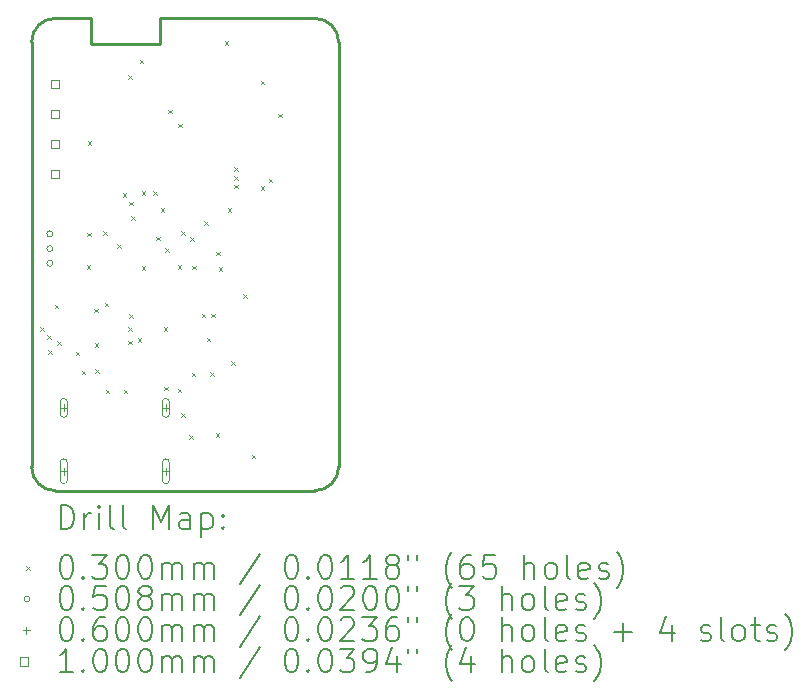
<source format=gbr>
%TF.GenerationSoftware,KiCad,Pcbnew,8.0.8*%
%TF.CreationDate,2025-02-27T16:48:46+01:00*%
%TF.ProjectId,nervous-ecg,6e657276-6f75-4732-9d65-63672e6b6963,1*%
%TF.SameCoordinates,Original*%
%TF.FileFunction,Drillmap*%
%TF.FilePolarity,Positive*%
%FSLAX45Y45*%
G04 Gerber Fmt 4.5, Leading zero omitted, Abs format (unit mm)*
G04 Created by KiCad (PCBNEW 8.0.8) date 2025-02-27 16:48:46*
%MOMM*%
%LPD*%
G01*
G04 APERTURE LIST*
%ADD10C,0.254000*%
%ADD11C,0.200000*%
%ADD12C,0.100000*%
G04 APERTURE END LIST*
D10*
X5599997Y-2600198D02*
X5600000Y-6200000D01*
X3500000Y-2617050D02*
X4084400Y-2617050D01*
X3500000Y-2617050D02*
X3500000Y-2400000D01*
X3200000Y-6400000D02*
G75*
G02*
X3000304Y-6199700I2170J201860D01*
G01*
X5600000Y-6200000D02*
G75*
G02*
X5399700Y-6399696I-201860J2170D01*
G01*
X5400297Y-2399898D02*
X4084400Y-2400000D01*
X5399700Y-6399700D02*
X3200000Y-6400000D01*
X3000300Y-2600200D02*
X3000300Y-6199700D01*
X3000300Y-2600200D02*
G75*
G02*
X3200000Y-2400003I201260J-1060D01*
G01*
X3500000Y-2400000D02*
X3200000Y-2400000D01*
X4084400Y-2617050D02*
X4084400Y-2400000D01*
X5400297Y-2399898D02*
G75*
G02*
X5599988Y-2600198I-2177J-201862D01*
G01*
D11*
D12*
X3075000Y-5015000D02*
X3105000Y-5045000D01*
X3105000Y-5015000D02*
X3075000Y-5045000D01*
X3135000Y-5085000D02*
X3165000Y-5115000D01*
X3165000Y-5085000D02*
X3135000Y-5115000D01*
X3140534Y-5210992D02*
X3170534Y-5240992D01*
X3170534Y-5210992D02*
X3140534Y-5240992D01*
X3195000Y-4825000D02*
X3225000Y-4855000D01*
X3225000Y-4825000D02*
X3195000Y-4855000D01*
X3216108Y-5135000D02*
X3246108Y-5165000D01*
X3246108Y-5135000D02*
X3216108Y-5165000D01*
X3375000Y-5225000D02*
X3405000Y-5255000D01*
X3405000Y-5225000D02*
X3375000Y-5255000D01*
X3425000Y-5385000D02*
X3455000Y-5415000D01*
X3455000Y-5385000D02*
X3425000Y-5415000D01*
X3468608Y-4492202D02*
X3498608Y-4522202D01*
X3498608Y-4492202D02*
X3468608Y-4522202D01*
X3470000Y-4215000D02*
X3500000Y-4245000D01*
X3500000Y-4215000D02*
X3470000Y-4245000D01*
X3475000Y-3440000D02*
X3505000Y-3470000D01*
X3505000Y-3440000D02*
X3475000Y-3470000D01*
X3530000Y-4860000D02*
X3560000Y-4890000D01*
X3560000Y-4860000D02*
X3530000Y-4890000D01*
X3536108Y-5152202D02*
X3566108Y-5182202D01*
X3566108Y-5152202D02*
X3536108Y-5182202D01*
X3540000Y-5372000D02*
X3570000Y-5402000D01*
X3570000Y-5372000D02*
X3540000Y-5402000D01*
X3607650Y-4205000D02*
X3637650Y-4235000D01*
X3637650Y-4205000D02*
X3607650Y-4235000D01*
X3620000Y-4810000D02*
X3650000Y-4840000D01*
X3650000Y-4810000D02*
X3620000Y-4840000D01*
X3630000Y-5545000D02*
X3660000Y-5575000D01*
X3660000Y-5545000D02*
X3630000Y-5575000D01*
X3726953Y-4315000D02*
X3756953Y-4345000D01*
X3756953Y-4315000D02*
X3726953Y-4345000D01*
X3770958Y-3880000D02*
X3800958Y-3910000D01*
X3800958Y-3880000D02*
X3770958Y-3910000D01*
X3780000Y-5545000D02*
X3810000Y-5575000D01*
X3810000Y-5545000D02*
X3780000Y-5575000D01*
X3820000Y-2880000D02*
X3850000Y-2910000D01*
X3850000Y-2880000D02*
X3820000Y-2910000D01*
X3820000Y-5129950D02*
X3850000Y-5159950D01*
X3850000Y-5129950D02*
X3820000Y-5159950D01*
X3820050Y-5015000D02*
X3850050Y-5045000D01*
X3850050Y-5015000D02*
X3820050Y-5045000D01*
X3828402Y-4905877D02*
X3858402Y-4935877D01*
X3858402Y-4905877D02*
X3828402Y-4935877D01*
X3828608Y-3952202D02*
X3858608Y-3982202D01*
X3858608Y-3952202D02*
X3828608Y-3982202D01*
X3845000Y-4075000D02*
X3875000Y-4105000D01*
X3875000Y-4075000D02*
X3845000Y-4105000D01*
X3900000Y-5110000D02*
X3930000Y-5140000D01*
X3930000Y-5110000D02*
X3900000Y-5140000D01*
X3915000Y-2750000D02*
X3945000Y-2780000D01*
X3945000Y-2750000D02*
X3915000Y-2780000D01*
X3935000Y-3865000D02*
X3965000Y-3895000D01*
X3965000Y-3865000D02*
X3935000Y-3895000D01*
X3935000Y-4500000D02*
X3965000Y-4530000D01*
X3965000Y-4500000D02*
X3935000Y-4530000D01*
X4033000Y-3865000D02*
X4063000Y-3895000D01*
X4063000Y-3865000D02*
X4033000Y-3895000D01*
X4055000Y-4248050D02*
X4085000Y-4278050D01*
X4085000Y-4248050D02*
X4055000Y-4278050D01*
X4094907Y-4007650D02*
X4124907Y-4037650D01*
X4124907Y-4007650D02*
X4094907Y-4037650D01*
X4120000Y-5015000D02*
X4150000Y-5045000D01*
X4150000Y-5015000D02*
X4120000Y-5045000D01*
X4125000Y-5520000D02*
X4155000Y-5550000D01*
X4155000Y-5520000D02*
X4125000Y-5550000D01*
X4130268Y-4345465D02*
X4160268Y-4375465D01*
X4160268Y-4345465D02*
X4130268Y-4375465D01*
X4160000Y-3175000D02*
X4190000Y-3205000D01*
X4190000Y-3175000D02*
X4160000Y-3205000D01*
X4240000Y-4490000D02*
X4270000Y-4520000D01*
X4270000Y-4490000D02*
X4240000Y-4520000D01*
X4240000Y-5535000D02*
X4270000Y-5565000D01*
X4270000Y-5535000D02*
X4240000Y-5565000D01*
X4241108Y-3292202D02*
X4271108Y-3322202D01*
X4271108Y-3292202D02*
X4241108Y-3322202D01*
X4267650Y-5745000D02*
X4297650Y-5775000D01*
X4297650Y-5745000D02*
X4267650Y-5775000D01*
X4270000Y-4205000D02*
X4300000Y-4235000D01*
X4300000Y-4205000D02*
X4270000Y-4235000D01*
X4335000Y-5930000D02*
X4365000Y-5960000D01*
X4365000Y-5930000D02*
X4335000Y-5960000D01*
X4345000Y-4251929D02*
X4375000Y-4281929D01*
X4375000Y-4251929D02*
X4345000Y-4281929D01*
X4355000Y-5400000D02*
X4385000Y-5430000D01*
X4385000Y-5400000D02*
X4355000Y-5430000D01*
X4359650Y-4495000D02*
X4389650Y-4525000D01*
X4389650Y-4495000D02*
X4359650Y-4525000D01*
X4442700Y-4901853D02*
X4472700Y-4931853D01*
X4472700Y-4901853D02*
X4442700Y-4931853D01*
X4460300Y-4120000D02*
X4490300Y-4150000D01*
X4490300Y-4120000D02*
X4460300Y-4150000D01*
X4482350Y-5105000D02*
X4512350Y-5135000D01*
X4512350Y-5105000D02*
X4482350Y-5135000D01*
X4515000Y-5395000D02*
X4545000Y-5425000D01*
X4545000Y-5395000D02*
X4515000Y-5425000D01*
X4523000Y-4903000D02*
X4553000Y-4933000D01*
X4553000Y-4903000D02*
X4523000Y-4933000D01*
X4560000Y-5915000D02*
X4590000Y-5945000D01*
X4590000Y-5915000D02*
X4560000Y-5945000D01*
X4565000Y-4375000D02*
X4595000Y-4405000D01*
X4595000Y-4375000D02*
X4565000Y-4405000D01*
X4585000Y-4508067D02*
X4615000Y-4538067D01*
X4615000Y-4508067D02*
X4585000Y-4538067D01*
X4635000Y-2595000D02*
X4665000Y-2625000D01*
X4665000Y-2595000D02*
X4635000Y-2625000D01*
X4660000Y-4010000D02*
X4690000Y-4040000D01*
X4690000Y-4010000D02*
X4660000Y-4040000D01*
X4690000Y-5305000D02*
X4720000Y-5335000D01*
X4720000Y-5305000D02*
X4690000Y-5335000D01*
X4715000Y-3660000D02*
X4745000Y-3690000D01*
X4745000Y-3660000D02*
X4715000Y-3690000D01*
X4715000Y-3734950D02*
X4745000Y-3764950D01*
X4745000Y-3734950D02*
X4715000Y-3764950D01*
X4715000Y-3809901D02*
X4745000Y-3839901D01*
X4745000Y-3809901D02*
X4715000Y-3839901D01*
X4795000Y-4735000D02*
X4825000Y-4765000D01*
X4825000Y-4735000D02*
X4795000Y-4765000D01*
X4865000Y-6095000D02*
X4895000Y-6125000D01*
X4895000Y-6095000D02*
X4865000Y-6125000D01*
X4940000Y-2930000D02*
X4970000Y-2960000D01*
X4970000Y-2930000D02*
X4940000Y-2960000D01*
X4940000Y-3820000D02*
X4970000Y-3850000D01*
X4970000Y-3820000D02*
X4940000Y-3850000D01*
X5007500Y-3757500D02*
X5037500Y-3787500D01*
X5037500Y-3757500D02*
X5007500Y-3787500D01*
X5090000Y-3207500D02*
X5120000Y-3237500D01*
X5120000Y-3207500D02*
X5090000Y-3237500D01*
X3180400Y-4225000D02*
G75*
G02*
X3129600Y-4225000I-25400J0D01*
G01*
X3129600Y-4225000D02*
G75*
G02*
X3180400Y-4225000I25400J0D01*
G01*
X3180400Y-4350000D02*
G75*
G02*
X3129600Y-4350000I-25400J0D01*
G01*
X3129600Y-4350000D02*
G75*
G02*
X3180400Y-4350000I25400J0D01*
G01*
X3180400Y-4475000D02*
G75*
G02*
X3129600Y-4475000I-25400J0D01*
G01*
X3129600Y-4475000D02*
G75*
G02*
X3180400Y-4475000I25400J0D01*
G01*
X3273000Y-5669000D02*
X3273000Y-5729000D01*
X3243000Y-5699000D02*
X3303000Y-5699000D01*
X3243000Y-5649000D02*
X3243000Y-5749000D01*
X3303000Y-5749000D02*
G75*
G02*
X3243000Y-5749000I-30000J0D01*
G01*
X3303000Y-5749000D02*
X3303000Y-5649000D01*
X3303000Y-5649000D02*
G75*
G03*
X3243000Y-5649000I-30000J0D01*
G01*
X3273000Y-6205000D02*
X3273000Y-6265000D01*
X3243000Y-6235000D02*
X3303000Y-6235000D01*
X3243000Y-6160000D02*
X3243000Y-6310000D01*
X3303000Y-6310000D02*
G75*
G02*
X3243000Y-6310000I-30000J0D01*
G01*
X3303000Y-6310000D02*
X3303000Y-6160000D01*
X3303000Y-6160000D02*
G75*
G03*
X3243000Y-6160000I-30000J0D01*
G01*
X4137000Y-5669000D02*
X4137000Y-5729000D01*
X4107000Y-5699000D02*
X4167000Y-5699000D01*
X4107000Y-5649000D02*
X4107000Y-5749000D01*
X4167000Y-5749000D02*
G75*
G02*
X4107000Y-5749000I-30000J0D01*
G01*
X4167000Y-5749000D02*
X4167000Y-5649000D01*
X4167000Y-5649000D02*
G75*
G03*
X4107000Y-5649000I-30000J0D01*
G01*
X4137000Y-6205000D02*
X4137000Y-6265000D01*
X4107000Y-6235000D02*
X4167000Y-6235000D01*
X4107000Y-6160000D02*
X4107000Y-6310000D01*
X4167000Y-6310000D02*
G75*
G02*
X4107000Y-6310000I-30000J0D01*
G01*
X4167000Y-6310000D02*
X4167000Y-6160000D01*
X4167000Y-6160000D02*
G75*
G03*
X4107000Y-6160000I-30000J0D01*
G01*
X3235356Y-2993356D02*
X3235356Y-2922644D01*
X3164644Y-2922644D01*
X3164644Y-2993356D01*
X3235356Y-2993356D01*
X3235356Y-3247356D02*
X3235356Y-3176644D01*
X3164644Y-3176644D01*
X3164644Y-3247356D01*
X3235356Y-3247356D01*
X3235356Y-3501356D02*
X3235356Y-3430644D01*
X3164644Y-3430644D01*
X3164644Y-3501356D01*
X3235356Y-3501356D01*
X3235356Y-3755356D02*
X3235356Y-3684644D01*
X3164644Y-3684644D01*
X3164644Y-3755356D01*
X3235356Y-3755356D01*
D11*
X3248377Y-6724184D02*
X3248377Y-6524184D01*
X3248377Y-6524184D02*
X3295996Y-6524184D01*
X3295996Y-6524184D02*
X3324567Y-6533708D01*
X3324567Y-6533708D02*
X3343615Y-6552755D01*
X3343615Y-6552755D02*
X3353139Y-6571803D01*
X3353139Y-6571803D02*
X3362662Y-6609898D01*
X3362662Y-6609898D02*
X3362662Y-6638469D01*
X3362662Y-6638469D02*
X3353139Y-6676565D01*
X3353139Y-6676565D02*
X3343615Y-6695612D01*
X3343615Y-6695612D02*
X3324567Y-6714660D01*
X3324567Y-6714660D02*
X3295996Y-6724184D01*
X3295996Y-6724184D02*
X3248377Y-6724184D01*
X3448377Y-6724184D02*
X3448377Y-6590850D01*
X3448377Y-6628946D02*
X3457901Y-6609898D01*
X3457901Y-6609898D02*
X3467424Y-6600374D01*
X3467424Y-6600374D02*
X3486472Y-6590850D01*
X3486472Y-6590850D02*
X3505520Y-6590850D01*
X3572186Y-6724184D02*
X3572186Y-6590850D01*
X3572186Y-6524184D02*
X3562662Y-6533708D01*
X3562662Y-6533708D02*
X3572186Y-6543231D01*
X3572186Y-6543231D02*
X3581710Y-6533708D01*
X3581710Y-6533708D02*
X3572186Y-6524184D01*
X3572186Y-6524184D02*
X3572186Y-6543231D01*
X3695996Y-6724184D02*
X3676948Y-6714660D01*
X3676948Y-6714660D02*
X3667424Y-6695612D01*
X3667424Y-6695612D02*
X3667424Y-6524184D01*
X3800758Y-6724184D02*
X3781710Y-6714660D01*
X3781710Y-6714660D02*
X3772186Y-6695612D01*
X3772186Y-6695612D02*
X3772186Y-6524184D01*
X4029329Y-6724184D02*
X4029329Y-6524184D01*
X4029329Y-6524184D02*
X4095996Y-6667041D01*
X4095996Y-6667041D02*
X4162662Y-6524184D01*
X4162662Y-6524184D02*
X4162662Y-6724184D01*
X4343615Y-6724184D02*
X4343615Y-6619422D01*
X4343615Y-6619422D02*
X4334091Y-6600374D01*
X4334091Y-6600374D02*
X4315044Y-6590850D01*
X4315044Y-6590850D02*
X4276948Y-6590850D01*
X4276948Y-6590850D02*
X4257901Y-6600374D01*
X4343615Y-6714660D02*
X4324567Y-6724184D01*
X4324567Y-6724184D02*
X4276948Y-6724184D01*
X4276948Y-6724184D02*
X4257901Y-6714660D01*
X4257901Y-6714660D02*
X4248377Y-6695612D01*
X4248377Y-6695612D02*
X4248377Y-6676565D01*
X4248377Y-6676565D02*
X4257901Y-6657517D01*
X4257901Y-6657517D02*
X4276948Y-6647993D01*
X4276948Y-6647993D02*
X4324567Y-6647993D01*
X4324567Y-6647993D02*
X4343615Y-6638469D01*
X4438853Y-6590850D02*
X4438853Y-6790850D01*
X4438853Y-6600374D02*
X4457901Y-6590850D01*
X4457901Y-6590850D02*
X4495996Y-6590850D01*
X4495996Y-6590850D02*
X4515044Y-6600374D01*
X4515044Y-6600374D02*
X4524567Y-6609898D01*
X4524567Y-6609898D02*
X4534091Y-6628946D01*
X4534091Y-6628946D02*
X4534091Y-6686088D01*
X4534091Y-6686088D02*
X4524567Y-6705136D01*
X4524567Y-6705136D02*
X4515044Y-6714660D01*
X4515044Y-6714660D02*
X4495996Y-6724184D01*
X4495996Y-6724184D02*
X4457901Y-6724184D01*
X4457901Y-6724184D02*
X4438853Y-6714660D01*
X4619805Y-6705136D02*
X4629329Y-6714660D01*
X4629329Y-6714660D02*
X4619805Y-6724184D01*
X4619805Y-6724184D02*
X4610282Y-6714660D01*
X4610282Y-6714660D02*
X4619805Y-6705136D01*
X4619805Y-6705136D02*
X4619805Y-6724184D01*
X4619805Y-6600374D02*
X4629329Y-6609898D01*
X4629329Y-6609898D02*
X4619805Y-6619422D01*
X4619805Y-6619422D02*
X4610282Y-6609898D01*
X4610282Y-6609898D02*
X4619805Y-6600374D01*
X4619805Y-6600374D02*
X4619805Y-6619422D01*
D12*
X2957600Y-7037700D02*
X2987600Y-7067700D01*
X2987600Y-7037700D02*
X2957600Y-7067700D01*
D11*
X3286472Y-6944184D02*
X3305520Y-6944184D01*
X3305520Y-6944184D02*
X3324567Y-6953708D01*
X3324567Y-6953708D02*
X3334091Y-6963231D01*
X3334091Y-6963231D02*
X3343615Y-6982279D01*
X3343615Y-6982279D02*
X3353139Y-7020374D01*
X3353139Y-7020374D02*
X3353139Y-7067993D01*
X3353139Y-7067993D02*
X3343615Y-7106088D01*
X3343615Y-7106088D02*
X3334091Y-7125136D01*
X3334091Y-7125136D02*
X3324567Y-7134660D01*
X3324567Y-7134660D02*
X3305520Y-7144184D01*
X3305520Y-7144184D02*
X3286472Y-7144184D01*
X3286472Y-7144184D02*
X3267424Y-7134660D01*
X3267424Y-7134660D02*
X3257901Y-7125136D01*
X3257901Y-7125136D02*
X3248377Y-7106088D01*
X3248377Y-7106088D02*
X3238853Y-7067993D01*
X3238853Y-7067993D02*
X3238853Y-7020374D01*
X3238853Y-7020374D02*
X3248377Y-6982279D01*
X3248377Y-6982279D02*
X3257901Y-6963231D01*
X3257901Y-6963231D02*
X3267424Y-6953708D01*
X3267424Y-6953708D02*
X3286472Y-6944184D01*
X3438853Y-7125136D02*
X3448377Y-7134660D01*
X3448377Y-7134660D02*
X3438853Y-7144184D01*
X3438853Y-7144184D02*
X3429329Y-7134660D01*
X3429329Y-7134660D02*
X3438853Y-7125136D01*
X3438853Y-7125136D02*
X3438853Y-7144184D01*
X3515043Y-6944184D02*
X3638853Y-6944184D01*
X3638853Y-6944184D02*
X3572186Y-7020374D01*
X3572186Y-7020374D02*
X3600758Y-7020374D01*
X3600758Y-7020374D02*
X3619805Y-7029898D01*
X3619805Y-7029898D02*
X3629329Y-7039422D01*
X3629329Y-7039422D02*
X3638853Y-7058469D01*
X3638853Y-7058469D02*
X3638853Y-7106088D01*
X3638853Y-7106088D02*
X3629329Y-7125136D01*
X3629329Y-7125136D02*
X3619805Y-7134660D01*
X3619805Y-7134660D02*
X3600758Y-7144184D01*
X3600758Y-7144184D02*
X3543615Y-7144184D01*
X3543615Y-7144184D02*
X3524567Y-7134660D01*
X3524567Y-7134660D02*
X3515043Y-7125136D01*
X3762662Y-6944184D02*
X3781710Y-6944184D01*
X3781710Y-6944184D02*
X3800758Y-6953708D01*
X3800758Y-6953708D02*
X3810282Y-6963231D01*
X3810282Y-6963231D02*
X3819805Y-6982279D01*
X3819805Y-6982279D02*
X3829329Y-7020374D01*
X3829329Y-7020374D02*
X3829329Y-7067993D01*
X3829329Y-7067993D02*
X3819805Y-7106088D01*
X3819805Y-7106088D02*
X3810282Y-7125136D01*
X3810282Y-7125136D02*
X3800758Y-7134660D01*
X3800758Y-7134660D02*
X3781710Y-7144184D01*
X3781710Y-7144184D02*
X3762662Y-7144184D01*
X3762662Y-7144184D02*
X3743615Y-7134660D01*
X3743615Y-7134660D02*
X3734091Y-7125136D01*
X3734091Y-7125136D02*
X3724567Y-7106088D01*
X3724567Y-7106088D02*
X3715043Y-7067993D01*
X3715043Y-7067993D02*
X3715043Y-7020374D01*
X3715043Y-7020374D02*
X3724567Y-6982279D01*
X3724567Y-6982279D02*
X3734091Y-6963231D01*
X3734091Y-6963231D02*
X3743615Y-6953708D01*
X3743615Y-6953708D02*
X3762662Y-6944184D01*
X3953139Y-6944184D02*
X3972186Y-6944184D01*
X3972186Y-6944184D02*
X3991234Y-6953708D01*
X3991234Y-6953708D02*
X4000758Y-6963231D01*
X4000758Y-6963231D02*
X4010282Y-6982279D01*
X4010282Y-6982279D02*
X4019805Y-7020374D01*
X4019805Y-7020374D02*
X4019805Y-7067993D01*
X4019805Y-7067993D02*
X4010282Y-7106088D01*
X4010282Y-7106088D02*
X4000758Y-7125136D01*
X4000758Y-7125136D02*
X3991234Y-7134660D01*
X3991234Y-7134660D02*
X3972186Y-7144184D01*
X3972186Y-7144184D02*
X3953139Y-7144184D01*
X3953139Y-7144184D02*
X3934091Y-7134660D01*
X3934091Y-7134660D02*
X3924567Y-7125136D01*
X3924567Y-7125136D02*
X3915043Y-7106088D01*
X3915043Y-7106088D02*
X3905520Y-7067993D01*
X3905520Y-7067993D02*
X3905520Y-7020374D01*
X3905520Y-7020374D02*
X3915043Y-6982279D01*
X3915043Y-6982279D02*
X3924567Y-6963231D01*
X3924567Y-6963231D02*
X3934091Y-6953708D01*
X3934091Y-6953708D02*
X3953139Y-6944184D01*
X4105520Y-7144184D02*
X4105520Y-7010850D01*
X4105520Y-7029898D02*
X4115043Y-7020374D01*
X4115043Y-7020374D02*
X4134091Y-7010850D01*
X4134091Y-7010850D02*
X4162663Y-7010850D01*
X4162663Y-7010850D02*
X4181710Y-7020374D01*
X4181710Y-7020374D02*
X4191234Y-7039422D01*
X4191234Y-7039422D02*
X4191234Y-7144184D01*
X4191234Y-7039422D02*
X4200758Y-7020374D01*
X4200758Y-7020374D02*
X4219805Y-7010850D01*
X4219805Y-7010850D02*
X4248377Y-7010850D01*
X4248377Y-7010850D02*
X4267425Y-7020374D01*
X4267425Y-7020374D02*
X4276948Y-7039422D01*
X4276948Y-7039422D02*
X4276948Y-7144184D01*
X4372186Y-7144184D02*
X4372186Y-7010850D01*
X4372186Y-7029898D02*
X4381710Y-7020374D01*
X4381710Y-7020374D02*
X4400758Y-7010850D01*
X4400758Y-7010850D02*
X4429329Y-7010850D01*
X4429329Y-7010850D02*
X4448377Y-7020374D01*
X4448377Y-7020374D02*
X4457901Y-7039422D01*
X4457901Y-7039422D02*
X4457901Y-7144184D01*
X4457901Y-7039422D02*
X4467425Y-7020374D01*
X4467425Y-7020374D02*
X4486472Y-7010850D01*
X4486472Y-7010850D02*
X4515044Y-7010850D01*
X4515044Y-7010850D02*
X4534091Y-7020374D01*
X4534091Y-7020374D02*
X4543615Y-7039422D01*
X4543615Y-7039422D02*
X4543615Y-7144184D01*
X4934091Y-6934660D02*
X4762663Y-7191803D01*
X5191234Y-6944184D02*
X5210282Y-6944184D01*
X5210282Y-6944184D02*
X5229329Y-6953708D01*
X5229329Y-6953708D02*
X5238853Y-6963231D01*
X5238853Y-6963231D02*
X5248377Y-6982279D01*
X5248377Y-6982279D02*
X5257901Y-7020374D01*
X5257901Y-7020374D02*
X5257901Y-7067993D01*
X5257901Y-7067993D02*
X5248377Y-7106088D01*
X5248377Y-7106088D02*
X5238853Y-7125136D01*
X5238853Y-7125136D02*
X5229329Y-7134660D01*
X5229329Y-7134660D02*
X5210282Y-7144184D01*
X5210282Y-7144184D02*
X5191234Y-7144184D01*
X5191234Y-7144184D02*
X5172187Y-7134660D01*
X5172187Y-7134660D02*
X5162663Y-7125136D01*
X5162663Y-7125136D02*
X5153139Y-7106088D01*
X5153139Y-7106088D02*
X5143615Y-7067993D01*
X5143615Y-7067993D02*
X5143615Y-7020374D01*
X5143615Y-7020374D02*
X5153139Y-6982279D01*
X5153139Y-6982279D02*
X5162663Y-6963231D01*
X5162663Y-6963231D02*
X5172187Y-6953708D01*
X5172187Y-6953708D02*
X5191234Y-6944184D01*
X5343615Y-7125136D02*
X5353139Y-7134660D01*
X5353139Y-7134660D02*
X5343615Y-7144184D01*
X5343615Y-7144184D02*
X5334091Y-7134660D01*
X5334091Y-7134660D02*
X5343615Y-7125136D01*
X5343615Y-7125136D02*
X5343615Y-7144184D01*
X5476948Y-6944184D02*
X5495996Y-6944184D01*
X5495996Y-6944184D02*
X5515044Y-6953708D01*
X5515044Y-6953708D02*
X5524568Y-6963231D01*
X5524568Y-6963231D02*
X5534091Y-6982279D01*
X5534091Y-6982279D02*
X5543615Y-7020374D01*
X5543615Y-7020374D02*
X5543615Y-7067993D01*
X5543615Y-7067993D02*
X5534091Y-7106088D01*
X5534091Y-7106088D02*
X5524568Y-7125136D01*
X5524568Y-7125136D02*
X5515044Y-7134660D01*
X5515044Y-7134660D02*
X5495996Y-7144184D01*
X5495996Y-7144184D02*
X5476948Y-7144184D01*
X5476948Y-7144184D02*
X5457901Y-7134660D01*
X5457901Y-7134660D02*
X5448377Y-7125136D01*
X5448377Y-7125136D02*
X5438853Y-7106088D01*
X5438853Y-7106088D02*
X5429329Y-7067993D01*
X5429329Y-7067993D02*
X5429329Y-7020374D01*
X5429329Y-7020374D02*
X5438853Y-6982279D01*
X5438853Y-6982279D02*
X5448377Y-6963231D01*
X5448377Y-6963231D02*
X5457901Y-6953708D01*
X5457901Y-6953708D02*
X5476948Y-6944184D01*
X5734091Y-7144184D02*
X5619806Y-7144184D01*
X5676948Y-7144184D02*
X5676948Y-6944184D01*
X5676948Y-6944184D02*
X5657901Y-6972755D01*
X5657901Y-6972755D02*
X5638853Y-6991803D01*
X5638853Y-6991803D02*
X5619806Y-7001327D01*
X5924567Y-7144184D02*
X5810282Y-7144184D01*
X5867425Y-7144184D02*
X5867425Y-6944184D01*
X5867425Y-6944184D02*
X5848377Y-6972755D01*
X5848377Y-6972755D02*
X5829329Y-6991803D01*
X5829329Y-6991803D02*
X5810282Y-7001327D01*
X6038853Y-7029898D02*
X6019806Y-7020374D01*
X6019806Y-7020374D02*
X6010282Y-7010850D01*
X6010282Y-7010850D02*
X6000758Y-6991803D01*
X6000758Y-6991803D02*
X6000758Y-6982279D01*
X6000758Y-6982279D02*
X6010282Y-6963231D01*
X6010282Y-6963231D02*
X6019806Y-6953708D01*
X6019806Y-6953708D02*
X6038853Y-6944184D01*
X6038853Y-6944184D02*
X6076948Y-6944184D01*
X6076948Y-6944184D02*
X6095996Y-6953708D01*
X6095996Y-6953708D02*
X6105520Y-6963231D01*
X6105520Y-6963231D02*
X6115044Y-6982279D01*
X6115044Y-6982279D02*
X6115044Y-6991803D01*
X6115044Y-6991803D02*
X6105520Y-7010850D01*
X6105520Y-7010850D02*
X6095996Y-7020374D01*
X6095996Y-7020374D02*
X6076948Y-7029898D01*
X6076948Y-7029898D02*
X6038853Y-7029898D01*
X6038853Y-7029898D02*
X6019806Y-7039422D01*
X6019806Y-7039422D02*
X6010282Y-7048946D01*
X6010282Y-7048946D02*
X6000758Y-7067993D01*
X6000758Y-7067993D02*
X6000758Y-7106088D01*
X6000758Y-7106088D02*
X6010282Y-7125136D01*
X6010282Y-7125136D02*
X6019806Y-7134660D01*
X6019806Y-7134660D02*
X6038853Y-7144184D01*
X6038853Y-7144184D02*
X6076948Y-7144184D01*
X6076948Y-7144184D02*
X6095996Y-7134660D01*
X6095996Y-7134660D02*
X6105520Y-7125136D01*
X6105520Y-7125136D02*
X6115044Y-7106088D01*
X6115044Y-7106088D02*
X6115044Y-7067993D01*
X6115044Y-7067993D02*
X6105520Y-7048946D01*
X6105520Y-7048946D02*
X6095996Y-7039422D01*
X6095996Y-7039422D02*
X6076948Y-7029898D01*
X6191234Y-6944184D02*
X6191234Y-6982279D01*
X6267425Y-6944184D02*
X6267425Y-6982279D01*
X6562663Y-7220374D02*
X6553139Y-7210850D01*
X6553139Y-7210850D02*
X6534091Y-7182279D01*
X6534091Y-7182279D02*
X6524568Y-7163231D01*
X6524568Y-7163231D02*
X6515044Y-7134660D01*
X6515044Y-7134660D02*
X6505520Y-7087041D01*
X6505520Y-7087041D02*
X6505520Y-7048946D01*
X6505520Y-7048946D02*
X6515044Y-7001327D01*
X6515044Y-7001327D02*
X6524568Y-6972755D01*
X6524568Y-6972755D02*
X6534091Y-6953708D01*
X6534091Y-6953708D02*
X6553139Y-6925136D01*
X6553139Y-6925136D02*
X6562663Y-6915612D01*
X6724568Y-6944184D02*
X6686472Y-6944184D01*
X6686472Y-6944184D02*
X6667425Y-6953708D01*
X6667425Y-6953708D02*
X6657901Y-6963231D01*
X6657901Y-6963231D02*
X6638853Y-6991803D01*
X6638853Y-6991803D02*
X6629329Y-7029898D01*
X6629329Y-7029898D02*
X6629329Y-7106088D01*
X6629329Y-7106088D02*
X6638853Y-7125136D01*
X6638853Y-7125136D02*
X6648377Y-7134660D01*
X6648377Y-7134660D02*
X6667425Y-7144184D01*
X6667425Y-7144184D02*
X6705520Y-7144184D01*
X6705520Y-7144184D02*
X6724568Y-7134660D01*
X6724568Y-7134660D02*
X6734091Y-7125136D01*
X6734091Y-7125136D02*
X6743615Y-7106088D01*
X6743615Y-7106088D02*
X6743615Y-7058469D01*
X6743615Y-7058469D02*
X6734091Y-7039422D01*
X6734091Y-7039422D02*
X6724568Y-7029898D01*
X6724568Y-7029898D02*
X6705520Y-7020374D01*
X6705520Y-7020374D02*
X6667425Y-7020374D01*
X6667425Y-7020374D02*
X6648377Y-7029898D01*
X6648377Y-7029898D02*
X6638853Y-7039422D01*
X6638853Y-7039422D02*
X6629329Y-7058469D01*
X6924568Y-6944184D02*
X6829329Y-6944184D01*
X6829329Y-6944184D02*
X6819806Y-7039422D01*
X6819806Y-7039422D02*
X6829329Y-7029898D01*
X6829329Y-7029898D02*
X6848377Y-7020374D01*
X6848377Y-7020374D02*
X6895996Y-7020374D01*
X6895996Y-7020374D02*
X6915044Y-7029898D01*
X6915044Y-7029898D02*
X6924568Y-7039422D01*
X6924568Y-7039422D02*
X6934091Y-7058469D01*
X6934091Y-7058469D02*
X6934091Y-7106088D01*
X6934091Y-7106088D02*
X6924568Y-7125136D01*
X6924568Y-7125136D02*
X6915044Y-7134660D01*
X6915044Y-7134660D02*
X6895996Y-7144184D01*
X6895996Y-7144184D02*
X6848377Y-7144184D01*
X6848377Y-7144184D02*
X6829329Y-7134660D01*
X6829329Y-7134660D02*
X6819806Y-7125136D01*
X7172187Y-7144184D02*
X7172187Y-6944184D01*
X7257901Y-7144184D02*
X7257901Y-7039422D01*
X7257901Y-7039422D02*
X7248377Y-7020374D01*
X7248377Y-7020374D02*
X7229330Y-7010850D01*
X7229330Y-7010850D02*
X7200758Y-7010850D01*
X7200758Y-7010850D02*
X7181710Y-7020374D01*
X7181710Y-7020374D02*
X7172187Y-7029898D01*
X7381710Y-7144184D02*
X7362663Y-7134660D01*
X7362663Y-7134660D02*
X7353139Y-7125136D01*
X7353139Y-7125136D02*
X7343615Y-7106088D01*
X7343615Y-7106088D02*
X7343615Y-7048946D01*
X7343615Y-7048946D02*
X7353139Y-7029898D01*
X7353139Y-7029898D02*
X7362663Y-7020374D01*
X7362663Y-7020374D02*
X7381710Y-7010850D01*
X7381710Y-7010850D02*
X7410282Y-7010850D01*
X7410282Y-7010850D02*
X7429330Y-7020374D01*
X7429330Y-7020374D02*
X7438853Y-7029898D01*
X7438853Y-7029898D02*
X7448377Y-7048946D01*
X7448377Y-7048946D02*
X7448377Y-7106088D01*
X7448377Y-7106088D02*
X7438853Y-7125136D01*
X7438853Y-7125136D02*
X7429330Y-7134660D01*
X7429330Y-7134660D02*
X7410282Y-7144184D01*
X7410282Y-7144184D02*
X7381710Y-7144184D01*
X7562663Y-7144184D02*
X7543615Y-7134660D01*
X7543615Y-7134660D02*
X7534091Y-7115612D01*
X7534091Y-7115612D02*
X7534091Y-6944184D01*
X7715044Y-7134660D02*
X7695996Y-7144184D01*
X7695996Y-7144184D02*
X7657901Y-7144184D01*
X7657901Y-7144184D02*
X7638853Y-7134660D01*
X7638853Y-7134660D02*
X7629330Y-7115612D01*
X7629330Y-7115612D02*
X7629330Y-7039422D01*
X7629330Y-7039422D02*
X7638853Y-7020374D01*
X7638853Y-7020374D02*
X7657901Y-7010850D01*
X7657901Y-7010850D02*
X7695996Y-7010850D01*
X7695996Y-7010850D02*
X7715044Y-7020374D01*
X7715044Y-7020374D02*
X7724568Y-7039422D01*
X7724568Y-7039422D02*
X7724568Y-7058469D01*
X7724568Y-7058469D02*
X7629330Y-7077517D01*
X7800758Y-7134660D02*
X7819806Y-7144184D01*
X7819806Y-7144184D02*
X7857901Y-7144184D01*
X7857901Y-7144184D02*
X7876949Y-7134660D01*
X7876949Y-7134660D02*
X7886472Y-7115612D01*
X7886472Y-7115612D02*
X7886472Y-7106088D01*
X7886472Y-7106088D02*
X7876949Y-7087041D01*
X7876949Y-7087041D02*
X7857901Y-7077517D01*
X7857901Y-7077517D02*
X7829330Y-7077517D01*
X7829330Y-7077517D02*
X7810282Y-7067993D01*
X7810282Y-7067993D02*
X7800758Y-7048946D01*
X7800758Y-7048946D02*
X7800758Y-7039422D01*
X7800758Y-7039422D02*
X7810282Y-7020374D01*
X7810282Y-7020374D02*
X7829330Y-7010850D01*
X7829330Y-7010850D02*
X7857901Y-7010850D01*
X7857901Y-7010850D02*
X7876949Y-7020374D01*
X7953139Y-7220374D02*
X7962663Y-7210850D01*
X7962663Y-7210850D02*
X7981711Y-7182279D01*
X7981711Y-7182279D02*
X7991234Y-7163231D01*
X7991234Y-7163231D02*
X8000758Y-7134660D01*
X8000758Y-7134660D02*
X8010282Y-7087041D01*
X8010282Y-7087041D02*
X8010282Y-7048946D01*
X8010282Y-7048946D02*
X8000758Y-7001327D01*
X8000758Y-7001327D02*
X7991234Y-6972755D01*
X7991234Y-6972755D02*
X7981711Y-6953708D01*
X7981711Y-6953708D02*
X7962663Y-6925136D01*
X7962663Y-6925136D02*
X7953139Y-6915612D01*
D12*
X2987600Y-7316700D02*
G75*
G02*
X2936800Y-7316700I-25400J0D01*
G01*
X2936800Y-7316700D02*
G75*
G02*
X2987600Y-7316700I25400J0D01*
G01*
D11*
X3286472Y-7208184D02*
X3305520Y-7208184D01*
X3305520Y-7208184D02*
X3324567Y-7217708D01*
X3324567Y-7217708D02*
X3334091Y-7227231D01*
X3334091Y-7227231D02*
X3343615Y-7246279D01*
X3343615Y-7246279D02*
X3353139Y-7284374D01*
X3353139Y-7284374D02*
X3353139Y-7331993D01*
X3353139Y-7331993D02*
X3343615Y-7370088D01*
X3343615Y-7370088D02*
X3334091Y-7389136D01*
X3334091Y-7389136D02*
X3324567Y-7398660D01*
X3324567Y-7398660D02*
X3305520Y-7408184D01*
X3305520Y-7408184D02*
X3286472Y-7408184D01*
X3286472Y-7408184D02*
X3267424Y-7398660D01*
X3267424Y-7398660D02*
X3257901Y-7389136D01*
X3257901Y-7389136D02*
X3248377Y-7370088D01*
X3248377Y-7370088D02*
X3238853Y-7331993D01*
X3238853Y-7331993D02*
X3238853Y-7284374D01*
X3238853Y-7284374D02*
X3248377Y-7246279D01*
X3248377Y-7246279D02*
X3257901Y-7227231D01*
X3257901Y-7227231D02*
X3267424Y-7217708D01*
X3267424Y-7217708D02*
X3286472Y-7208184D01*
X3438853Y-7389136D02*
X3448377Y-7398660D01*
X3448377Y-7398660D02*
X3438853Y-7408184D01*
X3438853Y-7408184D02*
X3429329Y-7398660D01*
X3429329Y-7398660D02*
X3438853Y-7389136D01*
X3438853Y-7389136D02*
X3438853Y-7408184D01*
X3629329Y-7208184D02*
X3534091Y-7208184D01*
X3534091Y-7208184D02*
X3524567Y-7303422D01*
X3524567Y-7303422D02*
X3534091Y-7293898D01*
X3534091Y-7293898D02*
X3553139Y-7284374D01*
X3553139Y-7284374D02*
X3600758Y-7284374D01*
X3600758Y-7284374D02*
X3619805Y-7293898D01*
X3619805Y-7293898D02*
X3629329Y-7303422D01*
X3629329Y-7303422D02*
X3638853Y-7322469D01*
X3638853Y-7322469D02*
X3638853Y-7370088D01*
X3638853Y-7370088D02*
X3629329Y-7389136D01*
X3629329Y-7389136D02*
X3619805Y-7398660D01*
X3619805Y-7398660D02*
X3600758Y-7408184D01*
X3600758Y-7408184D02*
X3553139Y-7408184D01*
X3553139Y-7408184D02*
X3534091Y-7398660D01*
X3534091Y-7398660D02*
X3524567Y-7389136D01*
X3762662Y-7208184D02*
X3781710Y-7208184D01*
X3781710Y-7208184D02*
X3800758Y-7217708D01*
X3800758Y-7217708D02*
X3810282Y-7227231D01*
X3810282Y-7227231D02*
X3819805Y-7246279D01*
X3819805Y-7246279D02*
X3829329Y-7284374D01*
X3829329Y-7284374D02*
X3829329Y-7331993D01*
X3829329Y-7331993D02*
X3819805Y-7370088D01*
X3819805Y-7370088D02*
X3810282Y-7389136D01*
X3810282Y-7389136D02*
X3800758Y-7398660D01*
X3800758Y-7398660D02*
X3781710Y-7408184D01*
X3781710Y-7408184D02*
X3762662Y-7408184D01*
X3762662Y-7408184D02*
X3743615Y-7398660D01*
X3743615Y-7398660D02*
X3734091Y-7389136D01*
X3734091Y-7389136D02*
X3724567Y-7370088D01*
X3724567Y-7370088D02*
X3715043Y-7331993D01*
X3715043Y-7331993D02*
X3715043Y-7284374D01*
X3715043Y-7284374D02*
X3724567Y-7246279D01*
X3724567Y-7246279D02*
X3734091Y-7227231D01*
X3734091Y-7227231D02*
X3743615Y-7217708D01*
X3743615Y-7217708D02*
X3762662Y-7208184D01*
X3943615Y-7293898D02*
X3924567Y-7284374D01*
X3924567Y-7284374D02*
X3915043Y-7274850D01*
X3915043Y-7274850D02*
X3905520Y-7255803D01*
X3905520Y-7255803D02*
X3905520Y-7246279D01*
X3905520Y-7246279D02*
X3915043Y-7227231D01*
X3915043Y-7227231D02*
X3924567Y-7217708D01*
X3924567Y-7217708D02*
X3943615Y-7208184D01*
X3943615Y-7208184D02*
X3981710Y-7208184D01*
X3981710Y-7208184D02*
X4000758Y-7217708D01*
X4000758Y-7217708D02*
X4010282Y-7227231D01*
X4010282Y-7227231D02*
X4019805Y-7246279D01*
X4019805Y-7246279D02*
X4019805Y-7255803D01*
X4019805Y-7255803D02*
X4010282Y-7274850D01*
X4010282Y-7274850D02*
X4000758Y-7284374D01*
X4000758Y-7284374D02*
X3981710Y-7293898D01*
X3981710Y-7293898D02*
X3943615Y-7293898D01*
X3943615Y-7293898D02*
X3924567Y-7303422D01*
X3924567Y-7303422D02*
X3915043Y-7312946D01*
X3915043Y-7312946D02*
X3905520Y-7331993D01*
X3905520Y-7331993D02*
X3905520Y-7370088D01*
X3905520Y-7370088D02*
X3915043Y-7389136D01*
X3915043Y-7389136D02*
X3924567Y-7398660D01*
X3924567Y-7398660D02*
X3943615Y-7408184D01*
X3943615Y-7408184D02*
X3981710Y-7408184D01*
X3981710Y-7408184D02*
X4000758Y-7398660D01*
X4000758Y-7398660D02*
X4010282Y-7389136D01*
X4010282Y-7389136D02*
X4019805Y-7370088D01*
X4019805Y-7370088D02*
X4019805Y-7331993D01*
X4019805Y-7331993D02*
X4010282Y-7312946D01*
X4010282Y-7312946D02*
X4000758Y-7303422D01*
X4000758Y-7303422D02*
X3981710Y-7293898D01*
X4105520Y-7408184D02*
X4105520Y-7274850D01*
X4105520Y-7293898D02*
X4115043Y-7284374D01*
X4115043Y-7284374D02*
X4134091Y-7274850D01*
X4134091Y-7274850D02*
X4162663Y-7274850D01*
X4162663Y-7274850D02*
X4181710Y-7284374D01*
X4181710Y-7284374D02*
X4191234Y-7303422D01*
X4191234Y-7303422D02*
X4191234Y-7408184D01*
X4191234Y-7303422D02*
X4200758Y-7284374D01*
X4200758Y-7284374D02*
X4219805Y-7274850D01*
X4219805Y-7274850D02*
X4248377Y-7274850D01*
X4248377Y-7274850D02*
X4267425Y-7284374D01*
X4267425Y-7284374D02*
X4276948Y-7303422D01*
X4276948Y-7303422D02*
X4276948Y-7408184D01*
X4372186Y-7408184D02*
X4372186Y-7274850D01*
X4372186Y-7293898D02*
X4381710Y-7284374D01*
X4381710Y-7284374D02*
X4400758Y-7274850D01*
X4400758Y-7274850D02*
X4429329Y-7274850D01*
X4429329Y-7274850D02*
X4448377Y-7284374D01*
X4448377Y-7284374D02*
X4457901Y-7303422D01*
X4457901Y-7303422D02*
X4457901Y-7408184D01*
X4457901Y-7303422D02*
X4467425Y-7284374D01*
X4467425Y-7284374D02*
X4486472Y-7274850D01*
X4486472Y-7274850D02*
X4515044Y-7274850D01*
X4515044Y-7274850D02*
X4534091Y-7284374D01*
X4534091Y-7284374D02*
X4543615Y-7303422D01*
X4543615Y-7303422D02*
X4543615Y-7408184D01*
X4934091Y-7198660D02*
X4762663Y-7455803D01*
X5191234Y-7208184D02*
X5210282Y-7208184D01*
X5210282Y-7208184D02*
X5229329Y-7217708D01*
X5229329Y-7217708D02*
X5238853Y-7227231D01*
X5238853Y-7227231D02*
X5248377Y-7246279D01*
X5248377Y-7246279D02*
X5257901Y-7284374D01*
X5257901Y-7284374D02*
X5257901Y-7331993D01*
X5257901Y-7331993D02*
X5248377Y-7370088D01*
X5248377Y-7370088D02*
X5238853Y-7389136D01*
X5238853Y-7389136D02*
X5229329Y-7398660D01*
X5229329Y-7398660D02*
X5210282Y-7408184D01*
X5210282Y-7408184D02*
X5191234Y-7408184D01*
X5191234Y-7408184D02*
X5172187Y-7398660D01*
X5172187Y-7398660D02*
X5162663Y-7389136D01*
X5162663Y-7389136D02*
X5153139Y-7370088D01*
X5153139Y-7370088D02*
X5143615Y-7331993D01*
X5143615Y-7331993D02*
X5143615Y-7284374D01*
X5143615Y-7284374D02*
X5153139Y-7246279D01*
X5153139Y-7246279D02*
X5162663Y-7227231D01*
X5162663Y-7227231D02*
X5172187Y-7217708D01*
X5172187Y-7217708D02*
X5191234Y-7208184D01*
X5343615Y-7389136D02*
X5353139Y-7398660D01*
X5353139Y-7398660D02*
X5343615Y-7408184D01*
X5343615Y-7408184D02*
X5334091Y-7398660D01*
X5334091Y-7398660D02*
X5343615Y-7389136D01*
X5343615Y-7389136D02*
X5343615Y-7408184D01*
X5476948Y-7208184D02*
X5495996Y-7208184D01*
X5495996Y-7208184D02*
X5515044Y-7217708D01*
X5515044Y-7217708D02*
X5524568Y-7227231D01*
X5524568Y-7227231D02*
X5534091Y-7246279D01*
X5534091Y-7246279D02*
X5543615Y-7284374D01*
X5543615Y-7284374D02*
X5543615Y-7331993D01*
X5543615Y-7331993D02*
X5534091Y-7370088D01*
X5534091Y-7370088D02*
X5524568Y-7389136D01*
X5524568Y-7389136D02*
X5515044Y-7398660D01*
X5515044Y-7398660D02*
X5495996Y-7408184D01*
X5495996Y-7408184D02*
X5476948Y-7408184D01*
X5476948Y-7408184D02*
X5457901Y-7398660D01*
X5457901Y-7398660D02*
X5448377Y-7389136D01*
X5448377Y-7389136D02*
X5438853Y-7370088D01*
X5438853Y-7370088D02*
X5429329Y-7331993D01*
X5429329Y-7331993D02*
X5429329Y-7284374D01*
X5429329Y-7284374D02*
X5438853Y-7246279D01*
X5438853Y-7246279D02*
X5448377Y-7227231D01*
X5448377Y-7227231D02*
X5457901Y-7217708D01*
X5457901Y-7217708D02*
X5476948Y-7208184D01*
X5619806Y-7227231D02*
X5629329Y-7217708D01*
X5629329Y-7217708D02*
X5648377Y-7208184D01*
X5648377Y-7208184D02*
X5695996Y-7208184D01*
X5695996Y-7208184D02*
X5715044Y-7217708D01*
X5715044Y-7217708D02*
X5724567Y-7227231D01*
X5724567Y-7227231D02*
X5734091Y-7246279D01*
X5734091Y-7246279D02*
X5734091Y-7265327D01*
X5734091Y-7265327D02*
X5724567Y-7293898D01*
X5724567Y-7293898D02*
X5610282Y-7408184D01*
X5610282Y-7408184D02*
X5734091Y-7408184D01*
X5857901Y-7208184D02*
X5876948Y-7208184D01*
X5876948Y-7208184D02*
X5895996Y-7217708D01*
X5895996Y-7217708D02*
X5905520Y-7227231D01*
X5905520Y-7227231D02*
X5915044Y-7246279D01*
X5915044Y-7246279D02*
X5924567Y-7284374D01*
X5924567Y-7284374D02*
X5924567Y-7331993D01*
X5924567Y-7331993D02*
X5915044Y-7370088D01*
X5915044Y-7370088D02*
X5905520Y-7389136D01*
X5905520Y-7389136D02*
X5895996Y-7398660D01*
X5895996Y-7398660D02*
X5876948Y-7408184D01*
X5876948Y-7408184D02*
X5857901Y-7408184D01*
X5857901Y-7408184D02*
X5838853Y-7398660D01*
X5838853Y-7398660D02*
X5829329Y-7389136D01*
X5829329Y-7389136D02*
X5819806Y-7370088D01*
X5819806Y-7370088D02*
X5810282Y-7331993D01*
X5810282Y-7331993D02*
X5810282Y-7284374D01*
X5810282Y-7284374D02*
X5819806Y-7246279D01*
X5819806Y-7246279D02*
X5829329Y-7227231D01*
X5829329Y-7227231D02*
X5838853Y-7217708D01*
X5838853Y-7217708D02*
X5857901Y-7208184D01*
X6048377Y-7208184D02*
X6067425Y-7208184D01*
X6067425Y-7208184D02*
X6086472Y-7217708D01*
X6086472Y-7217708D02*
X6095996Y-7227231D01*
X6095996Y-7227231D02*
X6105520Y-7246279D01*
X6105520Y-7246279D02*
X6115044Y-7284374D01*
X6115044Y-7284374D02*
X6115044Y-7331993D01*
X6115044Y-7331993D02*
X6105520Y-7370088D01*
X6105520Y-7370088D02*
X6095996Y-7389136D01*
X6095996Y-7389136D02*
X6086472Y-7398660D01*
X6086472Y-7398660D02*
X6067425Y-7408184D01*
X6067425Y-7408184D02*
X6048377Y-7408184D01*
X6048377Y-7408184D02*
X6029329Y-7398660D01*
X6029329Y-7398660D02*
X6019806Y-7389136D01*
X6019806Y-7389136D02*
X6010282Y-7370088D01*
X6010282Y-7370088D02*
X6000758Y-7331993D01*
X6000758Y-7331993D02*
X6000758Y-7284374D01*
X6000758Y-7284374D02*
X6010282Y-7246279D01*
X6010282Y-7246279D02*
X6019806Y-7227231D01*
X6019806Y-7227231D02*
X6029329Y-7217708D01*
X6029329Y-7217708D02*
X6048377Y-7208184D01*
X6191234Y-7208184D02*
X6191234Y-7246279D01*
X6267425Y-7208184D02*
X6267425Y-7246279D01*
X6562663Y-7484374D02*
X6553139Y-7474850D01*
X6553139Y-7474850D02*
X6534091Y-7446279D01*
X6534091Y-7446279D02*
X6524568Y-7427231D01*
X6524568Y-7427231D02*
X6515044Y-7398660D01*
X6515044Y-7398660D02*
X6505520Y-7351041D01*
X6505520Y-7351041D02*
X6505520Y-7312946D01*
X6505520Y-7312946D02*
X6515044Y-7265327D01*
X6515044Y-7265327D02*
X6524568Y-7236755D01*
X6524568Y-7236755D02*
X6534091Y-7217708D01*
X6534091Y-7217708D02*
X6553139Y-7189136D01*
X6553139Y-7189136D02*
X6562663Y-7179612D01*
X6619806Y-7208184D02*
X6743615Y-7208184D01*
X6743615Y-7208184D02*
X6676948Y-7284374D01*
X6676948Y-7284374D02*
X6705520Y-7284374D01*
X6705520Y-7284374D02*
X6724568Y-7293898D01*
X6724568Y-7293898D02*
X6734091Y-7303422D01*
X6734091Y-7303422D02*
X6743615Y-7322469D01*
X6743615Y-7322469D02*
X6743615Y-7370088D01*
X6743615Y-7370088D02*
X6734091Y-7389136D01*
X6734091Y-7389136D02*
X6724568Y-7398660D01*
X6724568Y-7398660D02*
X6705520Y-7408184D01*
X6705520Y-7408184D02*
X6648377Y-7408184D01*
X6648377Y-7408184D02*
X6629329Y-7398660D01*
X6629329Y-7398660D02*
X6619806Y-7389136D01*
X6981710Y-7408184D02*
X6981710Y-7208184D01*
X7067425Y-7408184D02*
X7067425Y-7303422D01*
X7067425Y-7303422D02*
X7057901Y-7284374D01*
X7057901Y-7284374D02*
X7038853Y-7274850D01*
X7038853Y-7274850D02*
X7010282Y-7274850D01*
X7010282Y-7274850D02*
X6991234Y-7284374D01*
X6991234Y-7284374D02*
X6981710Y-7293898D01*
X7191234Y-7408184D02*
X7172187Y-7398660D01*
X7172187Y-7398660D02*
X7162663Y-7389136D01*
X7162663Y-7389136D02*
X7153139Y-7370088D01*
X7153139Y-7370088D02*
X7153139Y-7312946D01*
X7153139Y-7312946D02*
X7162663Y-7293898D01*
X7162663Y-7293898D02*
X7172187Y-7284374D01*
X7172187Y-7284374D02*
X7191234Y-7274850D01*
X7191234Y-7274850D02*
X7219806Y-7274850D01*
X7219806Y-7274850D02*
X7238853Y-7284374D01*
X7238853Y-7284374D02*
X7248377Y-7293898D01*
X7248377Y-7293898D02*
X7257901Y-7312946D01*
X7257901Y-7312946D02*
X7257901Y-7370088D01*
X7257901Y-7370088D02*
X7248377Y-7389136D01*
X7248377Y-7389136D02*
X7238853Y-7398660D01*
X7238853Y-7398660D02*
X7219806Y-7408184D01*
X7219806Y-7408184D02*
X7191234Y-7408184D01*
X7372187Y-7408184D02*
X7353139Y-7398660D01*
X7353139Y-7398660D02*
X7343615Y-7379612D01*
X7343615Y-7379612D02*
X7343615Y-7208184D01*
X7524568Y-7398660D02*
X7505520Y-7408184D01*
X7505520Y-7408184D02*
X7467425Y-7408184D01*
X7467425Y-7408184D02*
X7448377Y-7398660D01*
X7448377Y-7398660D02*
X7438853Y-7379612D01*
X7438853Y-7379612D02*
X7438853Y-7303422D01*
X7438853Y-7303422D02*
X7448377Y-7284374D01*
X7448377Y-7284374D02*
X7467425Y-7274850D01*
X7467425Y-7274850D02*
X7505520Y-7274850D01*
X7505520Y-7274850D02*
X7524568Y-7284374D01*
X7524568Y-7284374D02*
X7534091Y-7303422D01*
X7534091Y-7303422D02*
X7534091Y-7322469D01*
X7534091Y-7322469D02*
X7438853Y-7341517D01*
X7610282Y-7398660D02*
X7629330Y-7408184D01*
X7629330Y-7408184D02*
X7667425Y-7408184D01*
X7667425Y-7408184D02*
X7686472Y-7398660D01*
X7686472Y-7398660D02*
X7695996Y-7379612D01*
X7695996Y-7379612D02*
X7695996Y-7370088D01*
X7695996Y-7370088D02*
X7686472Y-7351041D01*
X7686472Y-7351041D02*
X7667425Y-7341517D01*
X7667425Y-7341517D02*
X7638853Y-7341517D01*
X7638853Y-7341517D02*
X7619806Y-7331993D01*
X7619806Y-7331993D02*
X7610282Y-7312946D01*
X7610282Y-7312946D02*
X7610282Y-7303422D01*
X7610282Y-7303422D02*
X7619806Y-7284374D01*
X7619806Y-7284374D02*
X7638853Y-7274850D01*
X7638853Y-7274850D02*
X7667425Y-7274850D01*
X7667425Y-7274850D02*
X7686472Y-7284374D01*
X7762663Y-7484374D02*
X7772187Y-7474850D01*
X7772187Y-7474850D02*
X7791234Y-7446279D01*
X7791234Y-7446279D02*
X7800758Y-7427231D01*
X7800758Y-7427231D02*
X7810282Y-7398660D01*
X7810282Y-7398660D02*
X7819806Y-7351041D01*
X7819806Y-7351041D02*
X7819806Y-7312946D01*
X7819806Y-7312946D02*
X7810282Y-7265327D01*
X7810282Y-7265327D02*
X7800758Y-7236755D01*
X7800758Y-7236755D02*
X7791234Y-7217708D01*
X7791234Y-7217708D02*
X7772187Y-7189136D01*
X7772187Y-7189136D02*
X7762663Y-7179612D01*
D12*
X2957600Y-7550700D02*
X2957600Y-7610700D01*
X2927600Y-7580700D02*
X2987600Y-7580700D01*
D11*
X3286472Y-7472184D02*
X3305520Y-7472184D01*
X3305520Y-7472184D02*
X3324567Y-7481708D01*
X3324567Y-7481708D02*
X3334091Y-7491231D01*
X3334091Y-7491231D02*
X3343615Y-7510279D01*
X3343615Y-7510279D02*
X3353139Y-7548374D01*
X3353139Y-7548374D02*
X3353139Y-7595993D01*
X3353139Y-7595993D02*
X3343615Y-7634088D01*
X3343615Y-7634088D02*
X3334091Y-7653136D01*
X3334091Y-7653136D02*
X3324567Y-7662660D01*
X3324567Y-7662660D02*
X3305520Y-7672184D01*
X3305520Y-7672184D02*
X3286472Y-7672184D01*
X3286472Y-7672184D02*
X3267424Y-7662660D01*
X3267424Y-7662660D02*
X3257901Y-7653136D01*
X3257901Y-7653136D02*
X3248377Y-7634088D01*
X3248377Y-7634088D02*
X3238853Y-7595993D01*
X3238853Y-7595993D02*
X3238853Y-7548374D01*
X3238853Y-7548374D02*
X3248377Y-7510279D01*
X3248377Y-7510279D02*
X3257901Y-7491231D01*
X3257901Y-7491231D02*
X3267424Y-7481708D01*
X3267424Y-7481708D02*
X3286472Y-7472184D01*
X3438853Y-7653136D02*
X3448377Y-7662660D01*
X3448377Y-7662660D02*
X3438853Y-7672184D01*
X3438853Y-7672184D02*
X3429329Y-7662660D01*
X3429329Y-7662660D02*
X3438853Y-7653136D01*
X3438853Y-7653136D02*
X3438853Y-7672184D01*
X3619805Y-7472184D02*
X3581710Y-7472184D01*
X3581710Y-7472184D02*
X3562662Y-7481708D01*
X3562662Y-7481708D02*
X3553139Y-7491231D01*
X3553139Y-7491231D02*
X3534091Y-7519803D01*
X3534091Y-7519803D02*
X3524567Y-7557898D01*
X3524567Y-7557898D02*
X3524567Y-7634088D01*
X3524567Y-7634088D02*
X3534091Y-7653136D01*
X3534091Y-7653136D02*
X3543615Y-7662660D01*
X3543615Y-7662660D02*
X3562662Y-7672184D01*
X3562662Y-7672184D02*
X3600758Y-7672184D01*
X3600758Y-7672184D02*
X3619805Y-7662660D01*
X3619805Y-7662660D02*
X3629329Y-7653136D01*
X3629329Y-7653136D02*
X3638853Y-7634088D01*
X3638853Y-7634088D02*
X3638853Y-7586469D01*
X3638853Y-7586469D02*
X3629329Y-7567422D01*
X3629329Y-7567422D02*
X3619805Y-7557898D01*
X3619805Y-7557898D02*
X3600758Y-7548374D01*
X3600758Y-7548374D02*
X3562662Y-7548374D01*
X3562662Y-7548374D02*
X3543615Y-7557898D01*
X3543615Y-7557898D02*
X3534091Y-7567422D01*
X3534091Y-7567422D02*
X3524567Y-7586469D01*
X3762662Y-7472184D02*
X3781710Y-7472184D01*
X3781710Y-7472184D02*
X3800758Y-7481708D01*
X3800758Y-7481708D02*
X3810282Y-7491231D01*
X3810282Y-7491231D02*
X3819805Y-7510279D01*
X3819805Y-7510279D02*
X3829329Y-7548374D01*
X3829329Y-7548374D02*
X3829329Y-7595993D01*
X3829329Y-7595993D02*
X3819805Y-7634088D01*
X3819805Y-7634088D02*
X3810282Y-7653136D01*
X3810282Y-7653136D02*
X3800758Y-7662660D01*
X3800758Y-7662660D02*
X3781710Y-7672184D01*
X3781710Y-7672184D02*
X3762662Y-7672184D01*
X3762662Y-7672184D02*
X3743615Y-7662660D01*
X3743615Y-7662660D02*
X3734091Y-7653136D01*
X3734091Y-7653136D02*
X3724567Y-7634088D01*
X3724567Y-7634088D02*
X3715043Y-7595993D01*
X3715043Y-7595993D02*
X3715043Y-7548374D01*
X3715043Y-7548374D02*
X3724567Y-7510279D01*
X3724567Y-7510279D02*
X3734091Y-7491231D01*
X3734091Y-7491231D02*
X3743615Y-7481708D01*
X3743615Y-7481708D02*
X3762662Y-7472184D01*
X3953139Y-7472184D02*
X3972186Y-7472184D01*
X3972186Y-7472184D02*
X3991234Y-7481708D01*
X3991234Y-7481708D02*
X4000758Y-7491231D01*
X4000758Y-7491231D02*
X4010282Y-7510279D01*
X4010282Y-7510279D02*
X4019805Y-7548374D01*
X4019805Y-7548374D02*
X4019805Y-7595993D01*
X4019805Y-7595993D02*
X4010282Y-7634088D01*
X4010282Y-7634088D02*
X4000758Y-7653136D01*
X4000758Y-7653136D02*
X3991234Y-7662660D01*
X3991234Y-7662660D02*
X3972186Y-7672184D01*
X3972186Y-7672184D02*
X3953139Y-7672184D01*
X3953139Y-7672184D02*
X3934091Y-7662660D01*
X3934091Y-7662660D02*
X3924567Y-7653136D01*
X3924567Y-7653136D02*
X3915043Y-7634088D01*
X3915043Y-7634088D02*
X3905520Y-7595993D01*
X3905520Y-7595993D02*
X3905520Y-7548374D01*
X3905520Y-7548374D02*
X3915043Y-7510279D01*
X3915043Y-7510279D02*
X3924567Y-7491231D01*
X3924567Y-7491231D02*
X3934091Y-7481708D01*
X3934091Y-7481708D02*
X3953139Y-7472184D01*
X4105520Y-7672184D02*
X4105520Y-7538850D01*
X4105520Y-7557898D02*
X4115043Y-7548374D01*
X4115043Y-7548374D02*
X4134091Y-7538850D01*
X4134091Y-7538850D02*
X4162663Y-7538850D01*
X4162663Y-7538850D02*
X4181710Y-7548374D01*
X4181710Y-7548374D02*
X4191234Y-7567422D01*
X4191234Y-7567422D02*
X4191234Y-7672184D01*
X4191234Y-7567422D02*
X4200758Y-7548374D01*
X4200758Y-7548374D02*
X4219805Y-7538850D01*
X4219805Y-7538850D02*
X4248377Y-7538850D01*
X4248377Y-7538850D02*
X4267425Y-7548374D01*
X4267425Y-7548374D02*
X4276948Y-7567422D01*
X4276948Y-7567422D02*
X4276948Y-7672184D01*
X4372186Y-7672184D02*
X4372186Y-7538850D01*
X4372186Y-7557898D02*
X4381710Y-7548374D01*
X4381710Y-7548374D02*
X4400758Y-7538850D01*
X4400758Y-7538850D02*
X4429329Y-7538850D01*
X4429329Y-7538850D02*
X4448377Y-7548374D01*
X4448377Y-7548374D02*
X4457901Y-7567422D01*
X4457901Y-7567422D02*
X4457901Y-7672184D01*
X4457901Y-7567422D02*
X4467425Y-7548374D01*
X4467425Y-7548374D02*
X4486472Y-7538850D01*
X4486472Y-7538850D02*
X4515044Y-7538850D01*
X4515044Y-7538850D02*
X4534091Y-7548374D01*
X4534091Y-7548374D02*
X4543615Y-7567422D01*
X4543615Y-7567422D02*
X4543615Y-7672184D01*
X4934091Y-7462660D02*
X4762663Y-7719803D01*
X5191234Y-7472184D02*
X5210282Y-7472184D01*
X5210282Y-7472184D02*
X5229329Y-7481708D01*
X5229329Y-7481708D02*
X5238853Y-7491231D01*
X5238853Y-7491231D02*
X5248377Y-7510279D01*
X5248377Y-7510279D02*
X5257901Y-7548374D01*
X5257901Y-7548374D02*
X5257901Y-7595993D01*
X5257901Y-7595993D02*
X5248377Y-7634088D01*
X5248377Y-7634088D02*
X5238853Y-7653136D01*
X5238853Y-7653136D02*
X5229329Y-7662660D01*
X5229329Y-7662660D02*
X5210282Y-7672184D01*
X5210282Y-7672184D02*
X5191234Y-7672184D01*
X5191234Y-7672184D02*
X5172187Y-7662660D01*
X5172187Y-7662660D02*
X5162663Y-7653136D01*
X5162663Y-7653136D02*
X5153139Y-7634088D01*
X5153139Y-7634088D02*
X5143615Y-7595993D01*
X5143615Y-7595993D02*
X5143615Y-7548374D01*
X5143615Y-7548374D02*
X5153139Y-7510279D01*
X5153139Y-7510279D02*
X5162663Y-7491231D01*
X5162663Y-7491231D02*
X5172187Y-7481708D01*
X5172187Y-7481708D02*
X5191234Y-7472184D01*
X5343615Y-7653136D02*
X5353139Y-7662660D01*
X5353139Y-7662660D02*
X5343615Y-7672184D01*
X5343615Y-7672184D02*
X5334091Y-7662660D01*
X5334091Y-7662660D02*
X5343615Y-7653136D01*
X5343615Y-7653136D02*
X5343615Y-7672184D01*
X5476948Y-7472184D02*
X5495996Y-7472184D01*
X5495996Y-7472184D02*
X5515044Y-7481708D01*
X5515044Y-7481708D02*
X5524568Y-7491231D01*
X5524568Y-7491231D02*
X5534091Y-7510279D01*
X5534091Y-7510279D02*
X5543615Y-7548374D01*
X5543615Y-7548374D02*
X5543615Y-7595993D01*
X5543615Y-7595993D02*
X5534091Y-7634088D01*
X5534091Y-7634088D02*
X5524568Y-7653136D01*
X5524568Y-7653136D02*
X5515044Y-7662660D01*
X5515044Y-7662660D02*
X5495996Y-7672184D01*
X5495996Y-7672184D02*
X5476948Y-7672184D01*
X5476948Y-7672184D02*
X5457901Y-7662660D01*
X5457901Y-7662660D02*
X5448377Y-7653136D01*
X5448377Y-7653136D02*
X5438853Y-7634088D01*
X5438853Y-7634088D02*
X5429329Y-7595993D01*
X5429329Y-7595993D02*
X5429329Y-7548374D01*
X5429329Y-7548374D02*
X5438853Y-7510279D01*
X5438853Y-7510279D02*
X5448377Y-7491231D01*
X5448377Y-7491231D02*
X5457901Y-7481708D01*
X5457901Y-7481708D02*
X5476948Y-7472184D01*
X5619806Y-7491231D02*
X5629329Y-7481708D01*
X5629329Y-7481708D02*
X5648377Y-7472184D01*
X5648377Y-7472184D02*
X5695996Y-7472184D01*
X5695996Y-7472184D02*
X5715044Y-7481708D01*
X5715044Y-7481708D02*
X5724567Y-7491231D01*
X5724567Y-7491231D02*
X5734091Y-7510279D01*
X5734091Y-7510279D02*
X5734091Y-7529327D01*
X5734091Y-7529327D02*
X5724567Y-7557898D01*
X5724567Y-7557898D02*
X5610282Y-7672184D01*
X5610282Y-7672184D02*
X5734091Y-7672184D01*
X5800758Y-7472184D02*
X5924567Y-7472184D01*
X5924567Y-7472184D02*
X5857901Y-7548374D01*
X5857901Y-7548374D02*
X5886472Y-7548374D01*
X5886472Y-7548374D02*
X5905520Y-7557898D01*
X5905520Y-7557898D02*
X5915044Y-7567422D01*
X5915044Y-7567422D02*
X5924567Y-7586469D01*
X5924567Y-7586469D02*
X5924567Y-7634088D01*
X5924567Y-7634088D02*
X5915044Y-7653136D01*
X5915044Y-7653136D02*
X5905520Y-7662660D01*
X5905520Y-7662660D02*
X5886472Y-7672184D01*
X5886472Y-7672184D02*
X5829329Y-7672184D01*
X5829329Y-7672184D02*
X5810282Y-7662660D01*
X5810282Y-7662660D02*
X5800758Y-7653136D01*
X6095996Y-7472184D02*
X6057901Y-7472184D01*
X6057901Y-7472184D02*
X6038853Y-7481708D01*
X6038853Y-7481708D02*
X6029329Y-7491231D01*
X6029329Y-7491231D02*
X6010282Y-7519803D01*
X6010282Y-7519803D02*
X6000758Y-7557898D01*
X6000758Y-7557898D02*
X6000758Y-7634088D01*
X6000758Y-7634088D02*
X6010282Y-7653136D01*
X6010282Y-7653136D02*
X6019806Y-7662660D01*
X6019806Y-7662660D02*
X6038853Y-7672184D01*
X6038853Y-7672184D02*
X6076948Y-7672184D01*
X6076948Y-7672184D02*
X6095996Y-7662660D01*
X6095996Y-7662660D02*
X6105520Y-7653136D01*
X6105520Y-7653136D02*
X6115044Y-7634088D01*
X6115044Y-7634088D02*
X6115044Y-7586469D01*
X6115044Y-7586469D02*
X6105520Y-7567422D01*
X6105520Y-7567422D02*
X6095996Y-7557898D01*
X6095996Y-7557898D02*
X6076948Y-7548374D01*
X6076948Y-7548374D02*
X6038853Y-7548374D01*
X6038853Y-7548374D02*
X6019806Y-7557898D01*
X6019806Y-7557898D02*
X6010282Y-7567422D01*
X6010282Y-7567422D02*
X6000758Y-7586469D01*
X6191234Y-7472184D02*
X6191234Y-7510279D01*
X6267425Y-7472184D02*
X6267425Y-7510279D01*
X6562663Y-7748374D02*
X6553139Y-7738850D01*
X6553139Y-7738850D02*
X6534091Y-7710279D01*
X6534091Y-7710279D02*
X6524568Y-7691231D01*
X6524568Y-7691231D02*
X6515044Y-7662660D01*
X6515044Y-7662660D02*
X6505520Y-7615041D01*
X6505520Y-7615041D02*
X6505520Y-7576946D01*
X6505520Y-7576946D02*
X6515044Y-7529327D01*
X6515044Y-7529327D02*
X6524568Y-7500755D01*
X6524568Y-7500755D02*
X6534091Y-7481708D01*
X6534091Y-7481708D02*
X6553139Y-7453136D01*
X6553139Y-7453136D02*
X6562663Y-7443612D01*
X6676948Y-7472184D02*
X6695996Y-7472184D01*
X6695996Y-7472184D02*
X6715044Y-7481708D01*
X6715044Y-7481708D02*
X6724568Y-7491231D01*
X6724568Y-7491231D02*
X6734091Y-7510279D01*
X6734091Y-7510279D02*
X6743615Y-7548374D01*
X6743615Y-7548374D02*
X6743615Y-7595993D01*
X6743615Y-7595993D02*
X6734091Y-7634088D01*
X6734091Y-7634088D02*
X6724568Y-7653136D01*
X6724568Y-7653136D02*
X6715044Y-7662660D01*
X6715044Y-7662660D02*
X6695996Y-7672184D01*
X6695996Y-7672184D02*
X6676948Y-7672184D01*
X6676948Y-7672184D02*
X6657901Y-7662660D01*
X6657901Y-7662660D02*
X6648377Y-7653136D01*
X6648377Y-7653136D02*
X6638853Y-7634088D01*
X6638853Y-7634088D02*
X6629329Y-7595993D01*
X6629329Y-7595993D02*
X6629329Y-7548374D01*
X6629329Y-7548374D02*
X6638853Y-7510279D01*
X6638853Y-7510279D02*
X6648377Y-7491231D01*
X6648377Y-7491231D02*
X6657901Y-7481708D01*
X6657901Y-7481708D02*
X6676948Y-7472184D01*
X6981710Y-7672184D02*
X6981710Y-7472184D01*
X7067425Y-7672184D02*
X7067425Y-7567422D01*
X7067425Y-7567422D02*
X7057901Y-7548374D01*
X7057901Y-7548374D02*
X7038853Y-7538850D01*
X7038853Y-7538850D02*
X7010282Y-7538850D01*
X7010282Y-7538850D02*
X6991234Y-7548374D01*
X6991234Y-7548374D02*
X6981710Y-7557898D01*
X7191234Y-7672184D02*
X7172187Y-7662660D01*
X7172187Y-7662660D02*
X7162663Y-7653136D01*
X7162663Y-7653136D02*
X7153139Y-7634088D01*
X7153139Y-7634088D02*
X7153139Y-7576946D01*
X7153139Y-7576946D02*
X7162663Y-7557898D01*
X7162663Y-7557898D02*
X7172187Y-7548374D01*
X7172187Y-7548374D02*
X7191234Y-7538850D01*
X7191234Y-7538850D02*
X7219806Y-7538850D01*
X7219806Y-7538850D02*
X7238853Y-7548374D01*
X7238853Y-7548374D02*
X7248377Y-7557898D01*
X7248377Y-7557898D02*
X7257901Y-7576946D01*
X7257901Y-7576946D02*
X7257901Y-7634088D01*
X7257901Y-7634088D02*
X7248377Y-7653136D01*
X7248377Y-7653136D02*
X7238853Y-7662660D01*
X7238853Y-7662660D02*
X7219806Y-7672184D01*
X7219806Y-7672184D02*
X7191234Y-7672184D01*
X7372187Y-7672184D02*
X7353139Y-7662660D01*
X7353139Y-7662660D02*
X7343615Y-7643612D01*
X7343615Y-7643612D02*
X7343615Y-7472184D01*
X7524568Y-7662660D02*
X7505520Y-7672184D01*
X7505520Y-7672184D02*
X7467425Y-7672184D01*
X7467425Y-7672184D02*
X7448377Y-7662660D01*
X7448377Y-7662660D02*
X7438853Y-7643612D01*
X7438853Y-7643612D02*
X7438853Y-7567422D01*
X7438853Y-7567422D02*
X7448377Y-7548374D01*
X7448377Y-7548374D02*
X7467425Y-7538850D01*
X7467425Y-7538850D02*
X7505520Y-7538850D01*
X7505520Y-7538850D02*
X7524568Y-7548374D01*
X7524568Y-7548374D02*
X7534091Y-7567422D01*
X7534091Y-7567422D02*
X7534091Y-7586469D01*
X7534091Y-7586469D02*
X7438853Y-7605517D01*
X7610282Y-7662660D02*
X7629330Y-7672184D01*
X7629330Y-7672184D02*
X7667425Y-7672184D01*
X7667425Y-7672184D02*
X7686472Y-7662660D01*
X7686472Y-7662660D02*
X7695996Y-7643612D01*
X7695996Y-7643612D02*
X7695996Y-7634088D01*
X7695996Y-7634088D02*
X7686472Y-7615041D01*
X7686472Y-7615041D02*
X7667425Y-7605517D01*
X7667425Y-7605517D02*
X7638853Y-7605517D01*
X7638853Y-7605517D02*
X7619806Y-7595993D01*
X7619806Y-7595993D02*
X7610282Y-7576946D01*
X7610282Y-7576946D02*
X7610282Y-7567422D01*
X7610282Y-7567422D02*
X7619806Y-7548374D01*
X7619806Y-7548374D02*
X7638853Y-7538850D01*
X7638853Y-7538850D02*
X7667425Y-7538850D01*
X7667425Y-7538850D02*
X7686472Y-7548374D01*
X7934092Y-7595993D02*
X8086473Y-7595993D01*
X8010282Y-7672184D02*
X8010282Y-7519803D01*
X8419806Y-7538850D02*
X8419806Y-7672184D01*
X8372187Y-7462660D02*
X8324568Y-7605517D01*
X8324568Y-7605517D02*
X8448377Y-7605517D01*
X8667425Y-7662660D02*
X8686473Y-7672184D01*
X8686473Y-7672184D02*
X8724568Y-7672184D01*
X8724568Y-7672184D02*
X8743616Y-7662660D01*
X8743616Y-7662660D02*
X8753139Y-7643612D01*
X8753139Y-7643612D02*
X8753139Y-7634088D01*
X8753139Y-7634088D02*
X8743616Y-7615041D01*
X8743616Y-7615041D02*
X8724568Y-7605517D01*
X8724568Y-7605517D02*
X8695996Y-7605517D01*
X8695996Y-7605517D02*
X8676949Y-7595993D01*
X8676949Y-7595993D02*
X8667425Y-7576946D01*
X8667425Y-7576946D02*
X8667425Y-7567422D01*
X8667425Y-7567422D02*
X8676949Y-7548374D01*
X8676949Y-7548374D02*
X8695996Y-7538850D01*
X8695996Y-7538850D02*
X8724568Y-7538850D01*
X8724568Y-7538850D02*
X8743616Y-7548374D01*
X8867425Y-7672184D02*
X8848377Y-7662660D01*
X8848377Y-7662660D02*
X8838854Y-7643612D01*
X8838854Y-7643612D02*
X8838854Y-7472184D01*
X8972187Y-7672184D02*
X8953139Y-7662660D01*
X8953139Y-7662660D02*
X8943616Y-7653136D01*
X8943616Y-7653136D02*
X8934092Y-7634088D01*
X8934092Y-7634088D02*
X8934092Y-7576946D01*
X8934092Y-7576946D02*
X8943616Y-7557898D01*
X8943616Y-7557898D02*
X8953139Y-7548374D01*
X8953139Y-7548374D02*
X8972187Y-7538850D01*
X8972187Y-7538850D02*
X9000758Y-7538850D01*
X9000758Y-7538850D02*
X9019806Y-7548374D01*
X9019806Y-7548374D02*
X9029330Y-7557898D01*
X9029330Y-7557898D02*
X9038854Y-7576946D01*
X9038854Y-7576946D02*
X9038854Y-7634088D01*
X9038854Y-7634088D02*
X9029330Y-7653136D01*
X9029330Y-7653136D02*
X9019806Y-7662660D01*
X9019806Y-7662660D02*
X9000758Y-7672184D01*
X9000758Y-7672184D02*
X8972187Y-7672184D01*
X9095997Y-7538850D02*
X9172187Y-7538850D01*
X9124568Y-7472184D02*
X9124568Y-7643612D01*
X9124568Y-7643612D02*
X9134092Y-7662660D01*
X9134092Y-7662660D02*
X9153139Y-7672184D01*
X9153139Y-7672184D02*
X9172187Y-7672184D01*
X9229330Y-7662660D02*
X9248377Y-7672184D01*
X9248377Y-7672184D02*
X9286473Y-7672184D01*
X9286473Y-7672184D02*
X9305520Y-7662660D01*
X9305520Y-7662660D02*
X9315044Y-7643612D01*
X9315044Y-7643612D02*
X9315044Y-7634088D01*
X9315044Y-7634088D02*
X9305520Y-7615041D01*
X9305520Y-7615041D02*
X9286473Y-7605517D01*
X9286473Y-7605517D02*
X9257901Y-7605517D01*
X9257901Y-7605517D02*
X9238854Y-7595993D01*
X9238854Y-7595993D02*
X9229330Y-7576946D01*
X9229330Y-7576946D02*
X9229330Y-7567422D01*
X9229330Y-7567422D02*
X9238854Y-7548374D01*
X9238854Y-7548374D02*
X9257901Y-7538850D01*
X9257901Y-7538850D02*
X9286473Y-7538850D01*
X9286473Y-7538850D02*
X9305520Y-7548374D01*
X9381711Y-7748374D02*
X9391235Y-7738850D01*
X9391235Y-7738850D02*
X9410282Y-7710279D01*
X9410282Y-7710279D02*
X9419806Y-7691231D01*
X9419806Y-7691231D02*
X9429330Y-7662660D01*
X9429330Y-7662660D02*
X9438854Y-7615041D01*
X9438854Y-7615041D02*
X9438854Y-7576946D01*
X9438854Y-7576946D02*
X9429330Y-7529327D01*
X9429330Y-7529327D02*
X9419806Y-7500755D01*
X9419806Y-7500755D02*
X9410282Y-7481708D01*
X9410282Y-7481708D02*
X9391235Y-7453136D01*
X9391235Y-7453136D02*
X9381711Y-7443612D01*
D12*
X2972956Y-7880056D02*
X2972956Y-7809344D01*
X2902244Y-7809344D01*
X2902244Y-7880056D01*
X2972956Y-7880056D01*
D11*
X3353139Y-7936184D02*
X3238853Y-7936184D01*
X3295996Y-7936184D02*
X3295996Y-7736184D01*
X3295996Y-7736184D02*
X3276948Y-7764755D01*
X3276948Y-7764755D02*
X3257901Y-7783803D01*
X3257901Y-7783803D02*
X3238853Y-7793327D01*
X3438853Y-7917136D02*
X3448377Y-7926660D01*
X3448377Y-7926660D02*
X3438853Y-7936184D01*
X3438853Y-7936184D02*
X3429329Y-7926660D01*
X3429329Y-7926660D02*
X3438853Y-7917136D01*
X3438853Y-7917136D02*
X3438853Y-7936184D01*
X3572186Y-7736184D02*
X3591234Y-7736184D01*
X3591234Y-7736184D02*
X3610282Y-7745708D01*
X3610282Y-7745708D02*
X3619805Y-7755231D01*
X3619805Y-7755231D02*
X3629329Y-7774279D01*
X3629329Y-7774279D02*
X3638853Y-7812374D01*
X3638853Y-7812374D02*
X3638853Y-7859993D01*
X3638853Y-7859993D02*
X3629329Y-7898088D01*
X3629329Y-7898088D02*
X3619805Y-7917136D01*
X3619805Y-7917136D02*
X3610282Y-7926660D01*
X3610282Y-7926660D02*
X3591234Y-7936184D01*
X3591234Y-7936184D02*
X3572186Y-7936184D01*
X3572186Y-7936184D02*
X3553139Y-7926660D01*
X3553139Y-7926660D02*
X3543615Y-7917136D01*
X3543615Y-7917136D02*
X3534091Y-7898088D01*
X3534091Y-7898088D02*
X3524567Y-7859993D01*
X3524567Y-7859993D02*
X3524567Y-7812374D01*
X3524567Y-7812374D02*
X3534091Y-7774279D01*
X3534091Y-7774279D02*
X3543615Y-7755231D01*
X3543615Y-7755231D02*
X3553139Y-7745708D01*
X3553139Y-7745708D02*
X3572186Y-7736184D01*
X3762662Y-7736184D02*
X3781710Y-7736184D01*
X3781710Y-7736184D02*
X3800758Y-7745708D01*
X3800758Y-7745708D02*
X3810282Y-7755231D01*
X3810282Y-7755231D02*
X3819805Y-7774279D01*
X3819805Y-7774279D02*
X3829329Y-7812374D01*
X3829329Y-7812374D02*
X3829329Y-7859993D01*
X3829329Y-7859993D02*
X3819805Y-7898088D01*
X3819805Y-7898088D02*
X3810282Y-7917136D01*
X3810282Y-7917136D02*
X3800758Y-7926660D01*
X3800758Y-7926660D02*
X3781710Y-7936184D01*
X3781710Y-7936184D02*
X3762662Y-7936184D01*
X3762662Y-7936184D02*
X3743615Y-7926660D01*
X3743615Y-7926660D02*
X3734091Y-7917136D01*
X3734091Y-7917136D02*
X3724567Y-7898088D01*
X3724567Y-7898088D02*
X3715043Y-7859993D01*
X3715043Y-7859993D02*
X3715043Y-7812374D01*
X3715043Y-7812374D02*
X3724567Y-7774279D01*
X3724567Y-7774279D02*
X3734091Y-7755231D01*
X3734091Y-7755231D02*
X3743615Y-7745708D01*
X3743615Y-7745708D02*
X3762662Y-7736184D01*
X3953139Y-7736184D02*
X3972186Y-7736184D01*
X3972186Y-7736184D02*
X3991234Y-7745708D01*
X3991234Y-7745708D02*
X4000758Y-7755231D01*
X4000758Y-7755231D02*
X4010282Y-7774279D01*
X4010282Y-7774279D02*
X4019805Y-7812374D01*
X4019805Y-7812374D02*
X4019805Y-7859993D01*
X4019805Y-7859993D02*
X4010282Y-7898088D01*
X4010282Y-7898088D02*
X4000758Y-7917136D01*
X4000758Y-7917136D02*
X3991234Y-7926660D01*
X3991234Y-7926660D02*
X3972186Y-7936184D01*
X3972186Y-7936184D02*
X3953139Y-7936184D01*
X3953139Y-7936184D02*
X3934091Y-7926660D01*
X3934091Y-7926660D02*
X3924567Y-7917136D01*
X3924567Y-7917136D02*
X3915043Y-7898088D01*
X3915043Y-7898088D02*
X3905520Y-7859993D01*
X3905520Y-7859993D02*
X3905520Y-7812374D01*
X3905520Y-7812374D02*
X3915043Y-7774279D01*
X3915043Y-7774279D02*
X3924567Y-7755231D01*
X3924567Y-7755231D02*
X3934091Y-7745708D01*
X3934091Y-7745708D02*
X3953139Y-7736184D01*
X4105520Y-7936184D02*
X4105520Y-7802850D01*
X4105520Y-7821898D02*
X4115043Y-7812374D01*
X4115043Y-7812374D02*
X4134091Y-7802850D01*
X4134091Y-7802850D02*
X4162663Y-7802850D01*
X4162663Y-7802850D02*
X4181710Y-7812374D01*
X4181710Y-7812374D02*
X4191234Y-7831422D01*
X4191234Y-7831422D02*
X4191234Y-7936184D01*
X4191234Y-7831422D02*
X4200758Y-7812374D01*
X4200758Y-7812374D02*
X4219805Y-7802850D01*
X4219805Y-7802850D02*
X4248377Y-7802850D01*
X4248377Y-7802850D02*
X4267425Y-7812374D01*
X4267425Y-7812374D02*
X4276948Y-7831422D01*
X4276948Y-7831422D02*
X4276948Y-7936184D01*
X4372186Y-7936184D02*
X4372186Y-7802850D01*
X4372186Y-7821898D02*
X4381710Y-7812374D01*
X4381710Y-7812374D02*
X4400758Y-7802850D01*
X4400758Y-7802850D02*
X4429329Y-7802850D01*
X4429329Y-7802850D02*
X4448377Y-7812374D01*
X4448377Y-7812374D02*
X4457901Y-7831422D01*
X4457901Y-7831422D02*
X4457901Y-7936184D01*
X4457901Y-7831422D02*
X4467425Y-7812374D01*
X4467425Y-7812374D02*
X4486472Y-7802850D01*
X4486472Y-7802850D02*
X4515044Y-7802850D01*
X4515044Y-7802850D02*
X4534091Y-7812374D01*
X4534091Y-7812374D02*
X4543615Y-7831422D01*
X4543615Y-7831422D02*
X4543615Y-7936184D01*
X4934091Y-7726660D02*
X4762663Y-7983803D01*
X5191234Y-7736184D02*
X5210282Y-7736184D01*
X5210282Y-7736184D02*
X5229329Y-7745708D01*
X5229329Y-7745708D02*
X5238853Y-7755231D01*
X5238853Y-7755231D02*
X5248377Y-7774279D01*
X5248377Y-7774279D02*
X5257901Y-7812374D01*
X5257901Y-7812374D02*
X5257901Y-7859993D01*
X5257901Y-7859993D02*
X5248377Y-7898088D01*
X5248377Y-7898088D02*
X5238853Y-7917136D01*
X5238853Y-7917136D02*
X5229329Y-7926660D01*
X5229329Y-7926660D02*
X5210282Y-7936184D01*
X5210282Y-7936184D02*
X5191234Y-7936184D01*
X5191234Y-7936184D02*
X5172187Y-7926660D01*
X5172187Y-7926660D02*
X5162663Y-7917136D01*
X5162663Y-7917136D02*
X5153139Y-7898088D01*
X5153139Y-7898088D02*
X5143615Y-7859993D01*
X5143615Y-7859993D02*
X5143615Y-7812374D01*
X5143615Y-7812374D02*
X5153139Y-7774279D01*
X5153139Y-7774279D02*
X5162663Y-7755231D01*
X5162663Y-7755231D02*
X5172187Y-7745708D01*
X5172187Y-7745708D02*
X5191234Y-7736184D01*
X5343615Y-7917136D02*
X5353139Y-7926660D01*
X5353139Y-7926660D02*
X5343615Y-7936184D01*
X5343615Y-7936184D02*
X5334091Y-7926660D01*
X5334091Y-7926660D02*
X5343615Y-7917136D01*
X5343615Y-7917136D02*
X5343615Y-7936184D01*
X5476948Y-7736184D02*
X5495996Y-7736184D01*
X5495996Y-7736184D02*
X5515044Y-7745708D01*
X5515044Y-7745708D02*
X5524568Y-7755231D01*
X5524568Y-7755231D02*
X5534091Y-7774279D01*
X5534091Y-7774279D02*
X5543615Y-7812374D01*
X5543615Y-7812374D02*
X5543615Y-7859993D01*
X5543615Y-7859993D02*
X5534091Y-7898088D01*
X5534091Y-7898088D02*
X5524568Y-7917136D01*
X5524568Y-7917136D02*
X5515044Y-7926660D01*
X5515044Y-7926660D02*
X5495996Y-7936184D01*
X5495996Y-7936184D02*
X5476948Y-7936184D01*
X5476948Y-7936184D02*
X5457901Y-7926660D01*
X5457901Y-7926660D02*
X5448377Y-7917136D01*
X5448377Y-7917136D02*
X5438853Y-7898088D01*
X5438853Y-7898088D02*
X5429329Y-7859993D01*
X5429329Y-7859993D02*
X5429329Y-7812374D01*
X5429329Y-7812374D02*
X5438853Y-7774279D01*
X5438853Y-7774279D02*
X5448377Y-7755231D01*
X5448377Y-7755231D02*
X5457901Y-7745708D01*
X5457901Y-7745708D02*
X5476948Y-7736184D01*
X5610282Y-7736184D02*
X5734091Y-7736184D01*
X5734091Y-7736184D02*
X5667425Y-7812374D01*
X5667425Y-7812374D02*
X5695996Y-7812374D01*
X5695996Y-7812374D02*
X5715044Y-7821898D01*
X5715044Y-7821898D02*
X5724567Y-7831422D01*
X5724567Y-7831422D02*
X5734091Y-7850469D01*
X5734091Y-7850469D02*
X5734091Y-7898088D01*
X5734091Y-7898088D02*
X5724567Y-7917136D01*
X5724567Y-7917136D02*
X5715044Y-7926660D01*
X5715044Y-7926660D02*
X5695996Y-7936184D01*
X5695996Y-7936184D02*
X5638853Y-7936184D01*
X5638853Y-7936184D02*
X5619806Y-7926660D01*
X5619806Y-7926660D02*
X5610282Y-7917136D01*
X5829329Y-7936184D02*
X5867425Y-7936184D01*
X5867425Y-7936184D02*
X5886472Y-7926660D01*
X5886472Y-7926660D02*
X5895996Y-7917136D01*
X5895996Y-7917136D02*
X5915044Y-7888565D01*
X5915044Y-7888565D02*
X5924567Y-7850469D01*
X5924567Y-7850469D02*
X5924567Y-7774279D01*
X5924567Y-7774279D02*
X5915044Y-7755231D01*
X5915044Y-7755231D02*
X5905520Y-7745708D01*
X5905520Y-7745708D02*
X5886472Y-7736184D01*
X5886472Y-7736184D02*
X5848377Y-7736184D01*
X5848377Y-7736184D02*
X5829329Y-7745708D01*
X5829329Y-7745708D02*
X5819806Y-7755231D01*
X5819806Y-7755231D02*
X5810282Y-7774279D01*
X5810282Y-7774279D02*
X5810282Y-7821898D01*
X5810282Y-7821898D02*
X5819806Y-7840946D01*
X5819806Y-7840946D02*
X5829329Y-7850469D01*
X5829329Y-7850469D02*
X5848377Y-7859993D01*
X5848377Y-7859993D02*
X5886472Y-7859993D01*
X5886472Y-7859993D02*
X5905520Y-7850469D01*
X5905520Y-7850469D02*
X5915044Y-7840946D01*
X5915044Y-7840946D02*
X5924567Y-7821898D01*
X6095996Y-7802850D02*
X6095996Y-7936184D01*
X6048377Y-7726660D02*
X6000758Y-7869517D01*
X6000758Y-7869517D02*
X6124567Y-7869517D01*
X6191234Y-7736184D02*
X6191234Y-7774279D01*
X6267425Y-7736184D02*
X6267425Y-7774279D01*
X6562663Y-8012374D02*
X6553139Y-8002850D01*
X6553139Y-8002850D02*
X6534091Y-7974279D01*
X6534091Y-7974279D02*
X6524568Y-7955231D01*
X6524568Y-7955231D02*
X6515044Y-7926660D01*
X6515044Y-7926660D02*
X6505520Y-7879041D01*
X6505520Y-7879041D02*
X6505520Y-7840946D01*
X6505520Y-7840946D02*
X6515044Y-7793327D01*
X6515044Y-7793327D02*
X6524568Y-7764755D01*
X6524568Y-7764755D02*
X6534091Y-7745708D01*
X6534091Y-7745708D02*
X6553139Y-7717136D01*
X6553139Y-7717136D02*
X6562663Y-7707612D01*
X6724568Y-7802850D02*
X6724568Y-7936184D01*
X6676948Y-7726660D02*
X6629329Y-7869517D01*
X6629329Y-7869517D02*
X6753139Y-7869517D01*
X6981710Y-7936184D02*
X6981710Y-7736184D01*
X7067425Y-7936184D02*
X7067425Y-7831422D01*
X7067425Y-7831422D02*
X7057901Y-7812374D01*
X7057901Y-7812374D02*
X7038853Y-7802850D01*
X7038853Y-7802850D02*
X7010282Y-7802850D01*
X7010282Y-7802850D02*
X6991234Y-7812374D01*
X6991234Y-7812374D02*
X6981710Y-7821898D01*
X7191234Y-7936184D02*
X7172187Y-7926660D01*
X7172187Y-7926660D02*
X7162663Y-7917136D01*
X7162663Y-7917136D02*
X7153139Y-7898088D01*
X7153139Y-7898088D02*
X7153139Y-7840946D01*
X7153139Y-7840946D02*
X7162663Y-7821898D01*
X7162663Y-7821898D02*
X7172187Y-7812374D01*
X7172187Y-7812374D02*
X7191234Y-7802850D01*
X7191234Y-7802850D02*
X7219806Y-7802850D01*
X7219806Y-7802850D02*
X7238853Y-7812374D01*
X7238853Y-7812374D02*
X7248377Y-7821898D01*
X7248377Y-7821898D02*
X7257901Y-7840946D01*
X7257901Y-7840946D02*
X7257901Y-7898088D01*
X7257901Y-7898088D02*
X7248377Y-7917136D01*
X7248377Y-7917136D02*
X7238853Y-7926660D01*
X7238853Y-7926660D02*
X7219806Y-7936184D01*
X7219806Y-7936184D02*
X7191234Y-7936184D01*
X7372187Y-7936184D02*
X7353139Y-7926660D01*
X7353139Y-7926660D02*
X7343615Y-7907612D01*
X7343615Y-7907612D02*
X7343615Y-7736184D01*
X7524568Y-7926660D02*
X7505520Y-7936184D01*
X7505520Y-7936184D02*
X7467425Y-7936184D01*
X7467425Y-7936184D02*
X7448377Y-7926660D01*
X7448377Y-7926660D02*
X7438853Y-7907612D01*
X7438853Y-7907612D02*
X7438853Y-7831422D01*
X7438853Y-7831422D02*
X7448377Y-7812374D01*
X7448377Y-7812374D02*
X7467425Y-7802850D01*
X7467425Y-7802850D02*
X7505520Y-7802850D01*
X7505520Y-7802850D02*
X7524568Y-7812374D01*
X7524568Y-7812374D02*
X7534091Y-7831422D01*
X7534091Y-7831422D02*
X7534091Y-7850469D01*
X7534091Y-7850469D02*
X7438853Y-7869517D01*
X7610282Y-7926660D02*
X7629330Y-7936184D01*
X7629330Y-7936184D02*
X7667425Y-7936184D01*
X7667425Y-7936184D02*
X7686472Y-7926660D01*
X7686472Y-7926660D02*
X7695996Y-7907612D01*
X7695996Y-7907612D02*
X7695996Y-7898088D01*
X7695996Y-7898088D02*
X7686472Y-7879041D01*
X7686472Y-7879041D02*
X7667425Y-7869517D01*
X7667425Y-7869517D02*
X7638853Y-7869517D01*
X7638853Y-7869517D02*
X7619806Y-7859993D01*
X7619806Y-7859993D02*
X7610282Y-7840946D01*
X7610282Y-7840946D02*
X7610282Y-7831422D01*
X7610282Y-7831422D02*
X7619806Y-7812374D01*
X7619806Y-7812374D02*
X7638853Y-7802850D01*
X7638853Y-7802850D02*
X7667425Y-7802850D01*
X7667425Y-7802850D02*
X7686472Y-7812374D01*
X7762663Y-8012374D02*
X7772187Y-8002850D01*
X7772187Y-8002850D02*
X7791234Y-7974279D01*
X7791234Y-7974279D02*
X7800758Y-7955231D01*
X7800758Y-7955231D02*
X7810282Y-7926660D01*
X7810282Y-7926660D02*
X7819806Y-7879041D01*
X7819806Y-7879041D02*
X7819806Y-7840946D01*
X7819806Y-7840946D02*
X7810282Y-7793327D01*
X7810282Y-7793327D02*
X7800758Y-7764755D01*
X7800758Y-7764755D02*
X7791234Y-7745708D01*
X7791234Y-7745708D02*
X7772187Y-7717136D01*
X7772187Y-7717136D02*
X7762663Y-7707612D01*
M02*

</source>
